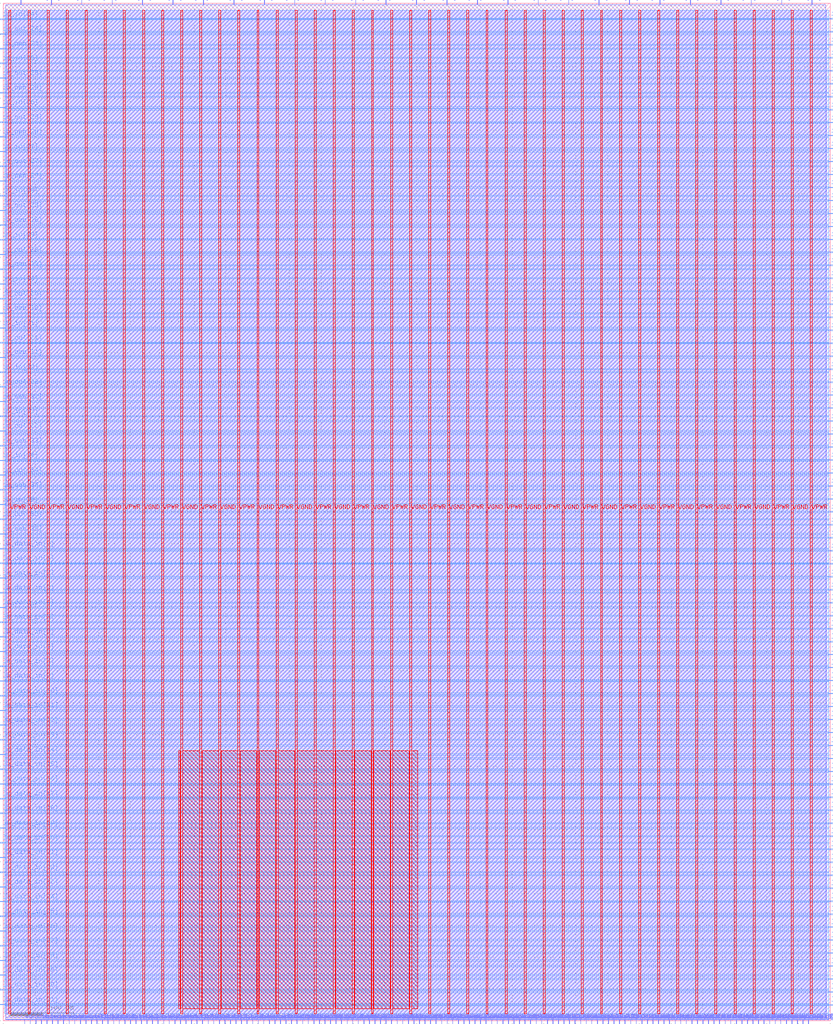
<source format=lef>
VERSION 5.7 ;
  NOWIREEXTENSIONATPIN ON ;
  DIVIDERCHAR "/" ;
  BUSBITCHARS "[]" ;
MACRO user_project_wrapper_mini4
  CLASS BLOCK ;
  FOREIGN user_project_wrapper_mini4 ;
  ORIGIN 0.000 0.000 ;
  SIZE 1300.000 BY 1600.000 ;
  PIN VGND
    DIRECTION INOUT ;
    USE GROUND ;
    PORT
      LAYER met4 ;
        RECT 38.970 10.640 42.070 1588.720 ;
    END
    PORT
      LAYER met4 ;
        RECT 98.970 10.640 102.070 1588.720 ;
    END
    PORT
      LAYER met4 ;
        RECT 158.970 10.640 162.070 1588.720 ;
    END
    PORT
      LAYER met4 ;
        RECT 218.970 10.640 222.070 1588.720 ;
    END
    PORT
      LAYER met4 ;
        RECT 278.970 10.640 282.070 1588.720 ;
    END
    PORT
      LAYER met4 ;
        RECT 338.970 10.640 342.070 1588.720 ;
    END
    PORT
      LAYER met4 ;
        RECT 398.970 10.640 402.070 1588.720 ;
    END
    PORT
      LAYER met4 ;
        RECT 458.970 10.640 462.070 1588.720 ;
    END
    PORT
      LAYER met4 ;
        RECT 518.970 10.640 522.070 1588.720 ;
    END
    PORT
      LAYER met4 ;
        RECT 578.970 10.640 582.070 1588.720 ;
    END
    PORT
      LAYER met4 ;
        RECT 638.970 10.640 642.070 1588.720 ;
    END
    PORT
      LAYER met4 ;
        RECT 698.970 10.640 702.070 1588.720 ;
    END
    PORT
      LAYER met4 ;
        RECT 758.970 10.640 762.070 1588.720 ;
    END
    PORT
      LAYER met4 ;
        RECT 818.970 10.640 822.070 1588.720 ;
    END
    PORT
      LAYER met4 ;
        RECT 878.970 10.640 882.070 1588.720 ;
    END
    PORT
      LAYER met4 ;
        RECT 938.970 10.640 942.070 1588.720 ;
    END
    PORT
      LAYER met4 ;
        RECT 998.970 10.640 1002.070 1588.720 ;
    END
    PORT
      LAYER met4 ;
        RECT 1058.970 10.640 1062.070 1588.720 ;
    END
    PORT
      LAYER met4 ;
        RECT 1118.970 10.640 1122.070 1588.720 ;
    END
    PORT
      LAYER met4 ;
        RECT 1178.970 10.640 1182.070 1588.720 ;
    END
    PORT
      LAYER met4 ;
        RECT 1238.970 10.640 1242.070 1588.720 ;
    END
  END VGND
  PIN VPWR
    DIRECTION INOUT ;
    USE POWER ;
    PORT
      LAYER met4 ;
        RECT 8.970 10.640 12.070 1588.720 ;
    END
    PORT
      LAYER met4 ;
        RECT 68.970 10.640 72.070 1588.720 ;
    END
    PORT
      LAYER met4 ;
        RECT 128.970 10.640 132.070 1588.720 ;
    END
    PORT
      LAYER met4 ;
        RECT 188.970 10.640 192.070 1588.720 ;
    END
    PORT
      LAYER met4 ;
        RECT 248.970 10.640 252.070 1588.720 ;
    END
    PORT
      LAYER met4 ;
        RECT 308.970 10.640 312.070 1588.720 ;
    END
    PORT
      LAYER met4 ;
        RECT 368.970 10.640 372.070 1588.720 ;
    END
    PORT
      LAYER met4 ;
        RECT 428.970 10.640 432.070 1588.720 ;
    END
    PORT
      LAYER met4 ;
        RECT 488.970 10.640 492.070 1588.720 ;
    END
    PORT
      LAYER met4 ;
        RECT 548.970 10.640 552.070 1588.720 ;
    END
    PORT
      LAYER met4 ;
        RECT 608.970 10.640 612.070 1588.720 ;
    END
    PORT
      LAYER met4 ;
        RECT 668.970 10.640 672.070 1588.720 ;
    END
    PORT
      LAYER met4 ;
        RECT 728.970 10.640 732.070 1588.720 ;
    END
    PORT
      LAYER met4 ;
        RECT 788.970 10.640 792.070 1588.720 ;
    END
    PORT
      LAYER met4 ;
        RECT 848.970 10.640 852.070 1588.720 ;
    END
    PORT
      LAYER met4 ;
        RECT 908.970 10.640 912.070 1588.720 ;
    END
    PORT
      LAYER met4 ;
        RECT 968.970 10.640 972.070 1588.720 ;
    END
    PORT
      LAYER met4 ;
        RECT 1028.970 10.640 1032.070 1588.720 ;
    END
    PORT
      LAYER met4 ;
        RECT 1088.970 10.640 1092.070 1588.720 ;
    END
    PORT
      LAYER met4 ;
        RECT 1148.970 10.640 1152.070 1588.720 ;
    END
    PORT
      LAYER met4 ;
        RECT 1208.970 10.640 1212.070 1588.720 ;
    END
    PORT
      LAYER met4 ;
        RECT 1268.970 10.640 1272.070 1588.720 ;
    END
  END VPWR
  PIN io_in[0]
    DIRECTION INPUT ;
    USE SIGNAL ;
    PORT
      LAYER met3 ;
        RECT 1297.600 677.020 1304.800 678.220 ;
    END
  END io_in[0]
  PIN io_in[10]
    DIRECTION INPUT ;
    USE SIGNAL ;
    PORT
      LAYER met3 ;
        RECT 1297.600 1289.020 1304.800 1290.220 ;
    END
  END io_in[10]
  PIN io_in[11]
    DIRECTION INPUT ;
    USE SIGNAL ;
    PORT
      LAYER met3 ;
        RECT 1297.600 1350.220 1304.800 1351.420 ;
    END
  END io_in[11]
  PIN io_in[12]
    DIRECTION INPUT ;
    USE SIGNAL ;
    PORT
      LAYER met3 ;
        RECT 1297.600 1411.420 1304.800 1412.620 ;
    END
  END io_in[12]
  PIN io_in[13]
    DIRECTION INPUT ;
    USE SIGNAL ;
    PORT
      LAYER met3 ;
        RECT 1297.600 1472.620 1304.800 1473.820 ;
    END
  END io_in[13]
  PIN io_in[14]
    DIRECTION INPUT ;
    USE SIGNAL ;
    PORT
      LAYER met3 ;
        RECT 1297.600 1533.820 1304.800 1535.020 ;
    END
  END io_in[14]
  PIN io_in[15]
    DIRECTION INPUT ;
    USE SIGNAL ;
    PORT
      LAYER met2 ;
        RECT 1271.390 1597.600 1271.950 1604.800 ;
    END
  END io_in[15]
  PIN io_in[16]
    DIRECTION INPUT ;
    USE SIGNAL ;
    PORT
      LAYER met2 ;
        RECT 1127.870 1597.600 1128.430 1604.800 ;
    END
  END io_in[16]
  PIN io_in[17]
    DIRECTION INPUT ;
    USE SIGNAL ;
    PORT
      LAYER met2 ;
        RECT 984.350 1597.600 984.910 1604.800 ;
    END
  END io_in[17]
  PIN io_in[18]
    DIRECTION INPUT ;
    USE SIGNAL ;
    PORT
      LAYER met2 ;
        RECT 840.830 1597.600 841.390 1604.800 ;
    END
  END io_in[18]
  PIN io_in[19]
    DIRECTION INPUT ;
    USE SIGNAL ;
    PORT
      LAYER met2 ;
        RECT 697.310 1597.600 697.870 1604.800 ;
    END
  END io_in[19]
  PIN io_in[1]
    DIRECTION INPUT ;
    USE SIGNAL ;
    PORT
      LAYER met3 ;
        RECT 1297.600 738.220 1304.800 739.420 ;
    END
  END io_in[1]
  PIN io_in[20]
    DIRECTION INPUT ;
    USE SIGNAL ;
    PORT
      LAYER met2 ;
        RECT 553.790 1597.600 554.350 1604.800 ;
    END
  END io_in[20]
  PIN io_in[21]
    DIRECTION INPUT ;
    USE SIGNAL ;
    PORT
      LAYER met2 ;
        RECT 410.270 1597.600 410.830 1604.800 ;
    END
  END io_in[21]
  PIN io_in[22]
    DIRECTION INPUT ;
    USE SIGNAL ;
    PORT
      LAYER met2 ;
        RECT 266.750 1597.600 267.310 1604.800 ;
    END
  END io_in[22]
  PIN io_in[23]
    DIRECTION INPUT ;
    USE SIGNAL ;
    PORT
      LAYER met2 ;
        RECT 123.230 1597.600 123.790 1604.800 ;
    END
  END io_in[23]
  PIN io_in[24]
    DIRECTION INPUT ;
    USE SIGNAL ;
    PORT
      LAYER met3 ;
        RECT -4.800 1573.940 2.400 1575.140 ;
    END
  END io_in[24]
  PIN io_in[25]
    DIRECTION INPUT ;
    USE SIGNAL ;
    PORT
      LAYER met3 ;
        RECT -4.800 1504.580 2.400 1505.780 ;
    END
  END io_in[25]
  PIN io_in[26]
    DIRECTION INPUT ;
    USE SIGNAL ;
    PORT
      LAYER met3 ;
        RECT -4.800 1435.220 2.400 1436.420 ;
    END
  END io_in[26]
  PIN io_in[27]
    DIRECTION INPUT ;
    USE SIGNAL ;
    PORT
      LAYER met3 ;
        RECT -4.800 1365.860 2.400 1367.060 ;
    END
  END io_in[27]
  PIN io_in[28]
    DIRECTION INPUT ;
    USE SIGNAL ;
    PORT
      LAYER met3 ;
        RECT -4.800 1296.500 2.400 1297.700 ;
    END
  END io_in[28]
  PIN io_in[29]
    DIRECTION INPUT ;
    USE SIGNAL ;
    PORT
      LAYER met3 ;
        RECT -4.800 1227.140 2.400 1228.340 ;
    END
  END io_in[29]
  PIN io_in[2]
    DIRECTION INPUT ;
    USE SIGNAL ;
    PORT
      LAYER met3 ;
        RECT 1297.600 799.420 1304.800 800.620 ;
    END
  END io_in[2]
  PIN io_in[30]
    DIRECTION INPUT ;
    USE SIGNAL ;
    PORT
      LAYER met3 ;
        RECT -4.800 1157.780 2.400 1158.980 ;
    END
  END io_in[30]
  PIN io_in[31]
    DIRECTION INPUT ;
    USE SIGNAL ;
    PORT
      LAYER met3 ;
        RECT -4.800 1088.420 2.400 1089.620 ;
    END
  END io_in[31]
  PIN io_in[32]
    DIRECTION INPUT ;
    USE SIGNAL ;
    PORT
      LAYER met3 ;
        RECT -4.800 1019.060 2.400 1020.260 ;
    END
  END io_in[32]
  PIN io_in[33]
    DIRECTION INPUT ;
    USE SIGNAL ;
    PORT
      LAYER met3 ;
        RECT -4.800 949.700 2.400 950.900 ;
    END
  END io_in[33]
  PIN io_in[34]
    DIRECTION INPUT ;
    USE SIGNAL ;
    ANTENNAGATEAREA 0.247500 ;
    PORT
      LAYER met3 ;
        RECT -4.800 880.340 2.400 881.540 ;
    END
  END io_in[34]
  PIN io_in[35]
    DIRECTION INPUT ;
    USE SIGNAL ;
    PORT
      LAYER met3 ;
        RECT -4.800 810.980 2.400 812.180 ;
    END
  END io_in[35]
  PIN io_in[3]
    DIRECTION INPUT ;
    USE SIGNAL ;
    PORT
      LAYER met3 ;
        RECT 1297.600 860.620 1304.800 861.820 ;
    END
  END io_in[3]
  PIN io_in[4]
    DIRECTION INPUT ;
    USE SIGNAL ;
    PORT
      LAYER met3 ;
        RECT 1297.600 921.820 1304.800 923.020 ;
    END
  END io_in[4]
  PIN io_in[5]
    DIRECTION INPUT ;
    USE SIGNAL ;
    PORT
      LAYER met3 ;
        RECT 1297.600 983.020 1304.800 984.220 ;
    END
  END io_in[5]
  PIN io_in[6]
    DIRECTION INPUT ;
    USE SIGNAL ;
    PORT
      LAYER met3 ;
        RECT 1297.600 1044.220 1304.800 1045.420 ;
    END
  END io_in[6]
  PIN io_in[7]
    DIRECTION INPUT ;
    USE SIGNAL ;
    PORT
      LAYER met3 ;
        RECT 1297.600 1105.420 1304.800 1106.620 ;
    END
  END io_in[7]
  PIN io_in[8]
    DIRECTION INPUT ;
    USE SIGNAL ;
    PORT
      LAYER met3 ;
        RECT 1297.600 1166.620 1304.800 1167.820 ;
    END
  END io_in[8]
  PIN io_in[9]
    DIRECTION INPUT ;
    USE SIGNAL ;
    PORT
      LAYER met3 ;
        RECT 1297.600 1227.820 1304.800 1229.020 ;
    END
  END io_in[9]
  PIN io_oeb[0]
    DIRECTION OUTPUT TRISTATE ;
    USE SIGNAL ;
    PORT
      LAYER met3 ;
        RECT 1297.600 717.820 1304.800 719.020 ;
    END
  END io_oeb[0]
  PIN io_oeb[10]
    DIRECTION OUTPUT TRISTATE ;
    USE SIGNAL ;
    PORT
      LAYER met3 ;
        RECT 1297.600 1329.820 1304.800 1331.020 ;
    END
  END io_oeb[10]
  PIN io_oeb[11]
    DIRECTION OUTPUT TRISTATE ;
    USE SIGNAL ;
    PORT
      LAYER met3 ;
        RECT 1297.600 1391.020 1304.800 1392.220 ;
    END
  END io_oeb[11]
  PIN io_oeb[12]
    DIRECTION OUTPUT TRISTATE ;
    USE SIGNAL ;
    PORT
      LAYER met3 ;
        RECT 1297.600 1452.220 1304.800 1453.420 ;
    END
  END io_oeb[12]
  PIN io_oeb[13]
    DIRECTION OUTPUT TRISTATE ;
    USE SIGNAL ;
    PORT
      LAYER met3 ;
        RECT 1297.600 1513.420 1304.800 1514.620 ;
    END
  END io_oeb[13]
  PIN io_oeb[14]
    DIRECTION OUTPUT TRISTATE ;
    USE SIGNAL ;
    PORT
      LAYER met3 ;
        RECT 1297.600 1574.620 1304.800 1575.820 ;
    END
  END io_oeb[14]
  PIN io_oeb[15]
    DIRECTION OUTPUT TRISTATE ;
    USE SIGNAL ;
    PORT
      LAYER met2 ;
        RECT 1175.710 1597.600 1176.270 1604.800 ;
    END
  END io_oeb[15]
  PIN io_oeb[16]
    DIRECTION OUTPUT TRISTATE ;
    USE SIGNAL ;
    PORT
      LAYER met2 ;
        RECT 1032.190 1597.600 1032.750 1604.800 ;
    END
  END io_oeb[16]
  PIN io_oeb[17]
    DIRECTION OUTPUT TRISTATE ;
    USE SIGNAL ;
    PORT
      LAYER met2 ;
        RECT 888.670 1597.600 889.230 1604.800 ;
    END
  END io_oeb[17]
  PIN io_oeb[18]
    DIRECTION OUTPUT TRISTATE ;
    USE SIGNAL ;
    PORT
      LAYER met2 ;
        RECT 745.150 1597.600 745.710 1604.800 ;
    END
  END io_oeb[18]
  PIN io_oeb[19]
    DIRECTION OUTPUT TRISTATE ;
    USE SIGNAL ;
    PORT
      LAYER met2 ;
        RECT 601.630 1597.600 602.190 1604.800 ;
    END
  END io_oeb[19]
  PIN io_oeb[1]
    DIRECTION OUTPUT TRISTATE ;
    USE SIGNAL ;
    PORT
      LAYER met3 ;
        RECT 1297.600 779.020 1304.800 780.220 ;
    END
  END io_oeb[1]
  PIN io_oeb[20]
    DIRECTION OUTPUT TRISTATE ;
    USE SIGNAL ;
    PORT
      LAYER met2 ;
        RECT 458.110 1597.600 458.670 1604.800 ;
    END
  END io_oeb[20]
  PIN io_oeb[21]
    DIRECTION OUTPUT TRISTATE ;
    USE SIGNAL ;
    PORT
      LAYER met2 ;
        RECT 314.590 1597.600 315.150 1604.800 ;
    END
  END io_oeb[21]
  PIN io_oeb[22]
    DIRECTION OUTPUT TRISTATE ;
    USE SIGNAL ;
    PORT
      LAYER met2 ;
        RECT 171.070 1597.600 171.630 1604.800 ;
    END
  END io_oeb[22]
  PIN io_oeb[23]
    DIRECTION OUTPUT TRISTATE ;
    USE SIGNAL ;
    PORT
      LAYER met2 ;
        RECT 27.550 1597.600 28.110 1604.800 ;
    END
  END io_oeb[23]
  PIN io_oeb[24]
    DIRECTION OUTPUT TRISTATE ;
    USE SIGNAL ;
    PORT
      LAYER met3 ;
        RECT -4.800 1527.700 2.400 1528.900 ;
    END
  END io_oeb[24]
  PIN io_oeb[25]
    DIRECTION OUTPUT TRISTATE ;
    USE SIGNAL ;
    PORT
      LAYER met3 ;
        RECT -4.800 1458.340 2.400 1459.540 ;
    END
  END io_oeb[25]
  PIN io_oeb[26]
    DIRECTION OUTPUT TRISTATE ;
    USE SIGNAL ;
    PORT
      LAYER met3 ;
        RECT -4.800 1388.980 2.400 1390.180 ;
    END
  END io_oeb[26]
  PIN io_oeb[27]
    DIRECTION OUTPUT TRISTATE ;
    USE SIGNAL ;
    PORT
      LAYER met3 ;
        RECT -4.800 1319.620 2.400 1320.820 ;
    END
  END io_oeb[27]
  PIN io_oeb[28]
    DIRECTION OUTPUT TRISTATE ;
    USE SIGNAL ;
    PORT
      LAYER met3 ;
        RECT -4.800 1250.260 2.400 1251.460 ;
    END
  END io_oeb[28]
  PIN io_oeb[29]
    DIRECTION OUTPUT TRISTATE ;
    USE SIGNAL ;
    PORT
      LAYER met3 ;
        RECT -4.800 1180.900 2.400 1182.100 ;
    END
  END io_oeb[29]
  PIN io_oeb[2]
    DIRECTION OUTPUT TRISTATE ;
    USE SIGNAL ;
    PORT
      LAYER met3 ;
        RECT 1297.600 840.220 1304.800 841.420 ;
    END
  END io_oeb[2]
  PIN io_oeb[30]
    DIRECTION OUTPUT TRISTATE ;
    USE SIGNAL ;
    PORT
      LAYER met3 ;
        RECT -4.800 1111.540 2.400 1112.740 ;
    END
  END io_oeb[30]
  PIN io_oeb[31]
    DIRECTION OUTPUT TRISTATE ;
    USE SIGNAL ;
    PORT
      LAYER met3 ;
        RECT -4.800 1042.180 2.400 1043.380 ;
    END
  END io_oeb[31]
  PIN io_oeb[32]
    DIRECTION OUTPUT TRISTATE ;
    USE SIGNAL ;
    PORT
      LAYER met3 ;
        RECT -4.800 972.820 2.400 974.020 ;
    END
  END io_oeb[32]
  PIN io_oeb[33]
    DIRECTION OUTPUT TRISTATE ;
    USE SIGNAL ;
    PORT
      LAYER met3 ;
        RECT -4.800 903.460 2.400 904.660 ;
    END
  END io_oeb[33]
  PIN io_oeb[34]
    DIRECTION OUTPUT TRISTATE ;
    USE SIGNAL ;
    PORT
      LAYER met3 ;
        RECT -4.800 834.100 2.400 835.300 ;
    END
  END io_oeb[34]
  PIN io_oeb[35]
    DIRECTION OUTPUT TRISTATE ;
    USE SIGNAL ;
    PORT
      LAYER met3 ;
        RECT -4.800 764.740 2.400 765.940 ;
    END
  END io_oeb[35]
  PIN io_oeb[3]
    DIRECTION OUTPUT TRISTATE ;
    USE SIGNAL ;
    PORT
      LAYER met3 ;
        RECT 1297.600 901.420 1304.800 902.620 ;
    END
  END io_oeb[3]
  PIN io_oeb[4]
    DIRECTION OUTPUT TRISTATE ;
    USE SIGNAL ;
    PORT
      LAYER met3 ;
        RECT 1297.600 962.620 1304.800 963.820 ;
    END
  END io_oeb[4]
  PIN io_oeb[5]
    DIRECTION OUTPUT TRISTATE ;
    USE SIGNAL ;
    PORT
      LAYER met3 ;
        RECT 1297.600 1023.820 1304.800 1025.020 ;
    END
  END io_oeb[5]
  PIN io_oeb[6]
    DIRECTION OUTPUT TRISTATE ;
    USE SIGNAL ;
    PORT
      LAYER met3 ;
        RECT 1297.600 1085.020 1304.800 1086.220 ;
    END
  END io_oeb[6]
  PIN io_oeb[7]
    DIRECTION OUTPUT TRISTATE ;
    USE SIGNAL ;
    PORT
      LAYER met3 ;
        RECT 1297.600 1146.220 1304.800 1147.420 ;
    END
  END io_oeb[7]
  PIN io_oeb[8]
    DIRECTION OUTPUT TRISTATE ;
    USE SIGNAL ;
    PORT
      LAYER met3 ;
        RECT 1297.600 1207.420 1304.800 1208.620 ;
    END
  END io_oeb[8]
  PIN io_oeb[9]
    DIRECTION OUTPUT TRISTATE ;
    USE SIGNAL ;
    PORT
      LAYER met3 ;
        RECT 1297.600 1268.620 1304.800 1269.820 ;
    END
  END io_oeb[9]
  PIN io_out[0]
    DIRECTION OUTPUT TRISTATE ;
    USE SIGNAL ;
    PORT
      LAYER met3 ;
        RECT 1297.600 697.420 1304.800 698.620 ;
    END
  END io_out[0]
  PIN io_out[10]
    DIRECTION OUTPUT TRISTATE ;
    USE SIGNAL ;
    PORT
      LAYER met3 ;
        RECT 1297.600 1309.420 1304.800 1310.620 ;
    END
  END io_out[10]
  PIN io_out[11]
    DIRECTION OUTPUT TRISTATE ;
    USE SIGNAL ;
    PORT
      LAYER met3 ;
        RECT 1297.600 1370.620 1304.800 1371.820 ;
    END
  END io_out[11]
  PIN io_out[12]
    DIRECTION OUTPUT TRISTATE ;
    USE SIGNAL ;
    PORT
      LAYER met3 ;
        RECT 1297.600 1431.820 1304.800 1433.020 ;
    END
  END io_out[12]
  PIN io_out[13]
    DIRECTION OUTPUT TRISTATE ;
    USE SIGNAL ;
    PORT
      LAYER met3 ;
        RECT 1297.600 1493.020 1304.800 1494.220 ;
    END
  END io_out[13]
  PIN io_out[14]
    DIRECTION OUTPUT TRISTATE ;
    USE SIGNAL ;
    PORT
      LAYER met3 ;
        RECT 1297.600 1554.220 1304.800 1555.420 ;
    END
  END io_out[14]
  PIN io_out[15]
    DIRECTION OUTPUT TRISTATE ;
    USE SIGNAL ;
    PORT
      LAYER met2 ;
        RECT 1223.550 1597.600 1224.110 1604.800 ;
    END
  END io_out[15]
  PIN io_out[16]
    DIRECTION OUTPUT TRISTATE ;
    USE SIGNAL ;
    PORT
      LAYER met2 ;
        RECT 1080.030 1597.600 1080.590 1604.800 ;
    END
  END io_out[16]
  PIN io_out[17]
    DIRECTION OUTPUT TRISTATE ;
    USE SIGNAL ;
    PORT
      LAYER met2 ;
        RECT 936.510 1597.600 937.070 1604.800 ;
    END
  END io_out[17]
  PIN io_out[18]
    DIRECTION OUTPUT TRISTATE ;
    USE SIGNAL ;
    PORT
      LAYER met2 ;
        RECT 792.990 1597.600 793.550 1604.800 ;
    END
  END io_out[18]
  PIN io_out[19]
    DIRECTION OUTPUT TRISTATE ;
    USE SIGNAL ;
    PORT
      LAYER met2 ;
        RECT 649.470 1597.600 650.030 1604.800 ;
    END
  END io_out[19]
  PIN io_out[1]
    DIRECTION OUTPUT TRISTATE ;
    USE SIGNAL ;
    PORT
      LAYER met3 ;
        RECT 1297.600 758.620 1304.800 759.820 ;
    END
  END io_out[1]
  PIN io_out[20]
    DIRECTION OUTPUT TRISTATE ;
    USE SIGNAL ;
    PORT
      LAYER met2 ;
        RECT 505.950 1597.600 506.510 1604.800 ;
    END
  END io_out[20]
  PIN io_out[21]
    DIRECTION OUTPUT TRISTATE ;
    USE SIGNAL ;
    PORT
      LAYER met2 ;
        RECT 362.430 1597.600 362.990 1604.800 ;
    END
  END io_out[21]
  PIN io_out[22]
    DIRECTION OUTPUT TRISTATE ;
    USE SIGNAL ;
    PORT
      LAYER met2 ;
        RECT 218.910 1597.600 219.470 1604.800 ;
    END
  END io_out[22]
  PIN io_out[23]
    DIRECTION OUTPUT TRISTATE ;
    USE SIGNAL ;
    PORT
      LAYER met2 ;
        RECT 75.390 1597.600 75.950 1604.800 ;
    END
  END io_out[23]
  PIN io_out[24]
    DIRECTION OUTPUT TRISTATE ;
    USE SIGNAL ;
    PORT
      LAYER met3 ;
        RECT -4.800 1550.820 2.400 1552.020 ;
    END
  END io_out[24]
  PIN io_out[25]
    DIRECTION OUTPUT TRISTATE ;
    USE SIGNAL ;
    PORT
      LAYER met3 ;
        RECT -4.800 1481.460 2.400 1482.660 ;
    END
  END io_out[25]
  PIN io_out[26]
    DIRECTION OUTPUT TRISTATE ;
    USE SIGNAL ;
    PORT
      LAYER met3 ;
        RECT -4.800 1412.100 2.400 1413.300 ;
    END
  END io_out[26]
  PIN io_out[27]
    DIRECTION OUTPUT TRISTATE ;
    USE SIGNAL ;
    PORT
      LAYER met3 ;
        RECT -4.800 1342.740 2.400 1343.940 ;
    END
  END io_out[27]
  PIN io_out[28]
    DIRECTION OUTPUT TRISTATE ;
    USE SIGNAL ;
    PORT
      LAYER met3 ;
        RECT -4.800 1273.380 2.400 1274.580 ;
    END
  END io_out[28]
  PIN io_out[29]
    DIRECTION OUTPUT TRISTATE ;
    USE SIGNAL ;
    PORT
      LAYER met3 ;
        RECT -4.800 1204.020 2.400 1205.220 ;
    END
  END io_out[29]
  PIN io_out[2]
    DIRECTION OUTPUT TRISTATE ;
    USE SIGNAL ;
    PORT
      LAYER met3 ;
        RECT 1297.600 819.820 1304.800 821.020 ;
    END
  END io_out[2]
  PIN io_out[30]
    DIRECTION OUTPUT TRISTATE ;
    USE SIGNAL ;
    PORT
      LAYER met3 ;
        RECT -4.800 1134.660 2.400 1135.860 ;
    END
  END io_out[30]
  PIN io_out[31]
    DIRECTION OUTPUT TRISTATE ;
    USE SIGNAL ;
    PORT
      LAYER met3 ;
        RECT -4.800 1065.300 2.400 1066.500 ;
    END
  END io_out[31]
  PIN io_out[32]
    DIRECTION OUTPUT TRISTATE ;
    USE SIGNAL ;
    ANTENNADIFFAREA 2.673000 ;
    PORT
      LAYER met3 ;
        RECT -4.800 995.940 2.400 997.140 ;
    END
  END io_out[32]
  PIN io_out[33]
    DIRECTION OUTPUT TRISTATE ;
    USE SIGNAL ;
    ANTENNADIFFAREA 2.673000 ;
    PORT
      LAYER met3 ;
        RECT -4.800 926.580 2.400 927.780 ;
    END
  END io_out[33]
  PIN io_out[34]
    DIRECTION OUTPUT TRISTATE ;
    USE SIGNAL ;
    PORT
      LAYER met3 ;
        RECT -4.800 857.220 2.400 858.420 ;
    END
  END io_out[34]
  PIN io_out[35]
    DIRECTION OUTPUT TRISTATE ;
    USE SIGNAL ;
    PORT
      LAYER met3 ;
        RECT -4.800 787.860 2.400 789.060 ;
    END
  END io_out[35]
  PIN io_out[3]
    DIRECTION OUTPUT TRISTATE ;
    USE SIGNAL ;
    PORT
      LAYER met3 ;
        RECT 1297.600 881.020 1304.800 882.220 ;
    END
  END io_out[3]
  PIN io_out[4]
    DIRECTION OUTPUT TRISTATE ;
    USE SIGNAL ;
    PORT
      LAYER met3 ;
        RECT 1297.600 942.220 1304.800 943.420 ;
    END
  END io_out[4]
  PIN io_out[5]
    DIRECTION OUTPUT TRISTATE ;
    USE SIGNAL ;
    PORT
      LAYER met3 ;
        RECT 1297.600 1003.420 1304.800 1004.620 ;
    END
  END io_out[5]
  PIN io_out[6]
    DIRECTION OUTPUT TRISTATE ;
    USE SIGNAL ;
    PORT
      LAYER met3 ;
        RECT 1297.600 1064.620 1304.800 1065.820 ;
    END
  END io_out[6]
  PIN io_out[7]
    DIRECTION OUTPUT TRISTATE ;
    USE SIGNAL ;
    PORT
      LAYER met3 ;
        RECT 1297.600 1125.820 1304.800 1127.020 ;
    END
  END io_out[7]
  PIN io_out[8]
    DIRECTION OUTPUT TRISTATE ;
    USE SIGNAL ;
    PORT
      LAYER met3 ;
        RECT 1297.600 1187.020 1304.800 1188.220 ;
    END
  END io_out[8]
  PIN io_out[9]
    DIRECTION OUTPUT TRISTATE ;
    USE SIGNAL ;
    PORT
      LAYER met3 ;
        RECT 1297.600 1248.220 1304.800 1249.420 ;
    END
  END io_out[9]
  PIN la_data_in[0]
    DIRECTION INPUT ;
    USE SIGNAL ;
    PORT
      LAYER met3 ;
        RECT -4.800 741.620 2.400 742.820 ;
    END
  END la_data_in[0]
  PIN la_data_in[10]
    DIRECTION INPUT ;
    USE SIGNAL ;
    PORT
      LAYER met3 ;
        RECT -4.800 510.420 2.400 511.620 ;
    END
  END la_data_in[10]
  PIN la_data_in[11]
    DIRECTION INPUT ;
    USE SIGNAL ;
    PORT
      LAYER met3 ;
        RECT -4.800 487.300 2.400 488.500 ;
    END
  END la_data_in[11]
  PIN la_data_in[12]
    DIRECTION INPUT ;
    USE SIGNAL ;
    PORT
      LAYER met3 ;
        RECT -4.800 464.180 2.400 465.380 ;
    END
  END la_data_in[12]
  PIN la_data_in[13]
    DIRECTION INPUT ;
    USE SIGNAL ;
    PORT
      LAYER met3 ;
        RECT -4.800 441.060 2.400 442.260 ;
    END
  END la_data_in[13]
  PIN la_data_in[14]
    DIRECTION INPUT ;
    USE SIGNAL ;
    PORT
      LAYER met3 ;
        RECT -4.800 417.940 2.400 419.140 ;
    END
  END la_data_in[14]
  PIN la_data_in[15]
    DIRECTION INPUT ;
    USE SIGNAL ;
    PORT
      LAYER met3 ;
        RECT -4.800 394.820 2.400 396.020 ;
    END
  END la_data_in[15]
  PIN la_data_in[16]
    DIRECTION INPUT ;
    USE SIGNAL ;
    PORT
      LAYER met3 ;
        RECT -4.800 371.700 2.400 372.900 ;
    END
  END la_data_in[16]
  PIN la_data_in[17]
    DIRECTION INPUT ;
    USE SIGNAL ;
    PORT
      LAYER met3 ;
        RECT -4.800 348.580 2.400 349.780 ;
    END
  END la_data_in[17]
  PIN la_data_in[18]
    DIRECTION INPUT ;
    USE SIGNAL ;
    PORT
      LAYER met3 ;
        RECT -4.800 325.460 2.400 326.660 ;
    END
  END la_data_in[18]
  PIN la_data_in[19]
    DIRECTION INPUT ;
    USE SIGNAL ;
    PORT
      LAYER met3 ;
        RECT -4.800 302.340 2.400 303.540 ;
    END
  END la_data_in[19]
  PIN la_data_in[1]
    DIRECTION INPUT ;
    USE SIGNAL ;
    PORT
      LAYER met3 ;
        RECT -4.800 718.500 2.400 719.700 ;
    END
  END la_data_in[1]
  PIN la_data_in[20]
    DIRECTION INPUT ;
    USE SIGNAL ;
    PORT
      LAYER met3 ;
        RECT -4.800 279.220 2.400 280.420 ;
    END
  END la_data_in[20]
  PIN la_data_in[21]
    DIRECTION INPUT ;
    USE SIGNAL ;
    PORT
      LAYER met3 ;
        RECT -4.800 256.100 2.400 257.300 ;
    END
  END la_data_in[21]
  PIN la_data_in[22]
    DIRECTION INPUT ;
    USE SIGNAL ;
    PORT
      LAYER met3 ;
        RECT -4.800 232.980 2.400 234.180 ;
    END
  END la_data_in[22]
  PIN la_data_in[23]
    DIRECTION INPUT ;
    USE SIGNAL ;
    PORT
      LAYER met3 ;
        RECT -4.800 209.860 2.400 211.060 ;
    END
  END la_data_in[23]
  PIN la_data_in[24]
    DIRECTION INPUT ;
    USE SIGNAL ;
    PORT
      LAYER met3 ;
        RECT -4.800 186.740 2.400 187.940 ;
    END
  END la_data_in[24]
  PIN la_data_in[25]
    DIRECTION INPUT ;
    USE SIGNAL ;
    PORT
      LAYER met3 ;
        RECT -4.800 163.620 2.400 164.820 ;
    END
  END la_data_in[25]
  PIN la_data_in[26]
    DIRECTION INPUT ;
    USE SIGNAL ;
    PORT
      LAYER met3 ;
        RECT -4.800 140.500 2.400 141.700 ;
    END
  END la_data_in[26]
  PIN la_data_in[27]
    DIRECTION INPUT ;
    USE SIGNAL ;
    PORT
      LAYER met3 ;
        RECT -4.800 117.380 2.400 118.580 ;
    END
  END la_data_in[27]
  PIN la_data_in[28]
    DIRECTION INPUT ;
    USE SIGNAL ;
    PORT
      LAYER met3 ;
        RECT -4.800 94.260 2.400 95.460 ;
    END
  END la_data_in[28]
  PIN la_data_in[29]
    DIRECTION INPUT ;
    USE SIGNAL ;
    PORT
      LAYER met3 ;
        RECT -4.800 71.140 2.400 72.340 ;
    END
  END la_data_in[29]
  PIN la_data_in[2]
    DIRECTION INPUT ;
    USE SIGNAL ;
    PORT
      LAYER met3 ;
        RECT -4.800 695.380 2.400 696.580 ;
    END
  END la_data_in[2]
  PIN la_data_in[30]
    DIRECTION INPUT ;
    USE SIGNAL ;
    PORT
      LAYER met3 ;
        RECT -4.800 48.020 2.400 49.220 ;
    END
  END la_data_in[30]
  PIN la_data_in[31]
    DIRECTION INPUT ;
    USE SIGNAL ;
    PORT
      LAYER met3 ;
        RECT -4.800 24.900 2.400 26.100 ;
    END
  END la_data_in[31]
  PIN la_data_in[3]
    DIRECTION INPUT ;
    USE SIGNAL ;
    PORT
      LAYER met3 ;
        RECT -4.800 672.260 2.400 673.460 ;
    END
  END la_data_in[3]
  PIN la_data_in[4]
    DIRECTION INPUT ;
    USE SIGNAL ;
    PORT
      LAYER met3 ;
        RECT -4.800 649.140 2.400 650.340 ;
    END
  END la_data_in[4]
  PIN la_data_in[5]
    DIRECTION INPUT ;
    USE SIGNAL ;
    PORT
      LAYER met3 ;
        RECT -4.800 626.020 2.400 627.220 ;
    END
  END la_data_in[5]
  PIN la_data_in[6]
    DIRECTION INPUT ;
    USE SIGNAL ;
    PORT
      LAYER met3 ;
        RECT -4.800 602.900 2.400 604.100 ;
    END
  END la_data_in[6]
  PIN la_data_in[7]
    DIRECTION INPUT ;
    USE SIGNAL ;
    PORT
      LAYER met3 ;
        RECT -4.800 579.780 2.400 580.980 ;
    END
  END la_data_in[7]
  PIN la_data_in[8]
    DIRECTION INPUT ;
    USE SIGNAL ;
    PORT
      LAYER met3 ;
        RECT -4.800 556.660 2.400 557.860 ;
    END
  END la_data_in[8]
  PIN la_data_in[9]
    DIRECTION INPUT ;
    USE SIGNAL ;
    PORT
      LAYER met3 ;
        RECT -4.800 533.540 2.400 534.740 ;
    END
  END la_data_in[9]
  PIN la_data_out[0]
    DIRECTION OUTPUT TRISTATE ;
    USE SIGNAL ;
    ANTENNADIFFAREA 2.673000 ;
    PORT
      LAYER met2 ;
        RECT 959.970 -4.800 960.530 2.400 ;
    END
  END la_data_out[0]
  PIN la_data_out[10]
    DIRECTION OUTPUT TRISTATE ;
    USE SIGNAL ;
    PORT
      LAYER met2 ;
        RECT 1047.370 -4.800 1047.930 2.400 ;
    END
  END la_data_out[10]
  PIN la_data_out[11]
    DIRECTION OUTPUT TRISTATE ;
    USE SIGNAL ;
    PORT
      LAYER met2 ;
        RECT 1056.110 -4.800 1056.670 2.400 ;
    END
  END la_data_out[11]
  PIN la_data_out[12]
    DIRECTION OUTPUT TRISTATE ;
    USE SIGNAL ;
    PORT
      LAYER met2 ;
        RECT 1064.850 -4.800 1065.410 2.400 ;
    END
  END la_data_out[12]
  PIN la_data_out[13]
    DIRECTION OUTPUT TRISTATE ;
    USE SIGNAL ;
    PORT
      LAYER met2 ;
        RECT 1073.590 -4.800 1074.150 2.400 ;
    END
  END la_data_out[13]
  PIN la_data_out[14]
    DIRECTION OUTPUT TRISTATE ;
    USE SIGNAL ;
    PORT
      LAYER met2 ;
        RECT 1082.330 -4.800 1082.890 2.400 ;
    END
  END la_data_out[14]
  PIN la_data_out[15]
    DIRECTION OUTPUT TRISTATE ;
    USE SIGNAL ;
    PORT
      LAYER met2 ;
        RECT 1091.070 -4.800 1091.630 2.400 ;
    END
  END la_data_out[15]
  PIN la_data_out[16]
    DIRECTION OUTPUT TRISTATE ;
    USE SIGNAL ;
    PORT
      LAYER met2 ;
        RECT 1099.810 -4.800 1100.370 2.400 ;
    END
  END la_data_out[16]
  PIN la_data_out[17]
    DIRECTION OUTPUT TRISTATE ;
    USE SIGNAL ;
    PORT
      LAYER met2 ;
        RECT 1108.550 -4.800 1109.110 2.400 ;
    END
  END la_data_out[17]
  PIN la_data_out[18]
    DIRECTION OUTPUT TRISTATE ;
    USE SIGNAL ;
    PORT
      LAYER met2 ;
        RECT 1117.290 -4.800 1117.850 2.400 ;
    END
  END la_data_out[18]
  PIN la_data_out[19]
    DIRECTION OUTPUT TRISTATE ;
    USE SIGNAL ;
    PORT
      LAYER met2 ;
        RECT 1126.030 -4.800 1126.590 2.400 ;
    END
  END la_data_out[19]
  PIN la_data_out[1]
    DIRECTION OUTPUT TRISTATE ;
    USE SIGNAL ;
    PORT
      LAYER met2 ;
        RECT 968.710 -4.800 969.270 2.400 ;
    END
  END la_data_out[1]
  PIN la_data_out[20]
    DIRECTION OUTPUT TRISTATE ;
    USE SIGNAL ;
    PORT
      LAYER met2 ;
        RECT 1134.770 -4.800 1135.330 2.400 ;
    END
  END la_data_out[20]
  PIN la_data_out[21]
    DIRECTION OUTPUT TRISTATE ;
    USE SIGNAL ;
    PORT
      LAYER met2 ;
        RECT 1143.510 -4.800 1144.070 2.400 ;
    END
  END la_data_out[21]
  PIN la_data_out[22]
    DIRECTION OUTPUT TRISTATE ;
    USE SIGNAL ;
    PORT
      LAYER met2 ;
        RECT 1152.250 -4.800 1152.810 2.400 ;
    END
  END la_data_out[22]
  PIN la_data_out[23]
    DIRECTION OUTPUT TRISTATE ;
    USE SIGNAL ;
    PORT
      LAYER met2 ;
        RECT 1160.990 -4.800 1161.550 2.400 ;
    END
  END la_data_out[23]
  PIN la_data_out[24]
    DIRECTION OUTPUT TRISTATE ;
    USE SIGNAL ;
    PORT
      LAYER met2 ;
        RECT 1169.730 -4.800 1170.290 2.400 ;
    END
  END la_data_out[24]
  PIN la_data_out[25]
    DIRECTION OUTPUT TRISTATE ;
    USE SIGNAL ;
    PORT
      LAYER met2 ;
        RECT 1178.470 -4.800 1179.030 2.400 ;
    END
  END la_data_out[25]
  PIN la_data_out[26]
    DIRECTION OUTPUT TRISTATE ;
    USE SIGNAL ;
    PORT
      LAYER met2 ;
        RECT 1187.210 -4.800 1187.770 2.400 ;
    END
  END la_data_out[26]
  PIN la_data_out[27]
    DIRECTION OUTPUT TRISTATE ;
    USE SIGNAL ;
    PORT
      LAYER met2 ;
        RECT 1195.950 -4.800 1196.510 2.400 ;
    END
  END la_data_out[27]
  PIN la_data_out[28]
    DIRECTION OUTPUT TRISTATE ;
    USE SIGNAL ;
    PORT
      LAYER met2 ;
        RECT 1204.690 -4.800 1205.250 2.400 ;
    END
  END la_data_out[28]
  PIN la_data_out[29]
    DIRECTION OUTPUT TRISTATE ;
    USE SIGNAL ;
    PORT
      LAYER met2 ;
        RECT 1213.430 -4.800 1213.990 2.400 ;
    END
  END la_data_out[29]
  PIN la_data_out[2]
    DIRECTION OUTPUT TRISTATE ;
    USE SIGNAL ;
    PORT
      LAYER met2 ;
        RECT 977.450 -4.800 978.010 2.400 ;
    END
  END la_data_out[2]
  PIN la_data_out[30]
    DIRECTION OUTPUT TRISTATE ;
    USE SIGNAL ;
    PORT
      LAYER met2 ;
        RECT 1222.170 -4.800 1222.730 2.400 ;
    END
  END la_data_out[30]
  PIN la_data_out[31]
    DIRECTION OUTPUT TRISTATE ;
    USE SIGNAL ;
    PORT
      LAYER met2 ;
        RECT 1230.910 -4.800 1231.470 2.400 ;
    END
  END la_data_out[31]
  PIN la_data_out[3]
    DIRECTION OUTPUT TRISTATE ;
    USE SIGNAL ;
    PORT
      LAYER met2 ;
        RECT 986.190 -4.800 986.750 2.400 ;
    END
  END la_data_out[3]
  PIN la_data_out[4]
    DIRECTION OUTPUT TRISTATE ;
    USE SIGNAL ;
    PORT
      LAYER met2 ;
        RECT 994.930 -4.800 995.490 2.400 ;
    END
  END la_data_out[4]
  PIN la_data_out[5]
    DIRECTION OUTPUT TRISTATE ;
    USE SIGNAL ;
    PORT
      LAYER met2 ;
        RECT 1003.670 -4.800 1004.230 2.400 ;
    END
  END la_data_out[5]
  PIN la_data_out[6]
    DIRECTION OUTPUT TRISTATE ;
    USE SIGNAL ;
    PORT
      LAYER met2 ;
        RECT 1012.410 -4.800 1012.970 2.400 ;
    END
  END la_data_out[6]
  PIN la_data_out[7]
    DIRECTION OUTPUT TRISTATE ;
    USE SIGNAL ;
    PORT
      LAYER met2 ;
        RECT 1021.150 -4.800 1021.710 2.400 ;
    END
  END la_data_out[7]
  PIN la_data_out[8]
    DIRECTION OUTPUT TRISTATE ;
    USE SIGNAL ;
    PORT
      LAYER met2 ;
        RECT 1029.890 -4.800 1030.450 2.400 ;
    END
  END la_data_out[8]
  PIN la_data_out[9]
    DIRECTION OUTPUT TRISTATE ;
    USE SIGNAL ;
    PORT
      LAYER met2 ;
        RECT 1038.630 -4.800 1039.190 2.400 ;
    END
  END la_data_out[9]
  PIN la_oenb[0]
    DIRECTION INPUT ;
    USE SIGNAL ;
    PORT
      LAYER met3 ;
        RECT 1297.600 24.220 1304.800 25.420 ;
    END
  END la_oenb[0]
  PIN la_oenb[10]
    DIRECTION INPUT ;
    USE SIGNAL ;
    PORT
      LAYER met3 ;
        RECT 1297.600 228.220 1304.800 229.420 ;
    END
  END la_oenb[10]
  PIN la_oenb[11]
    DIRECTION INPUT ;
    USE SIGNAL ;
    PORT
      LAYER met3 ;
        RECT 1297.600 248.620 1304.800 249.820 ;
    END
  END la_oenb[11]
  PIN la_oenb[12]
    DIRECTION INPUT ;
    USE SIGNAL ;
    PORT
      LAYER met3 ;
        RECT 1297.600 269.020 1304.800 270.220 ;
    END
  END la_oenb[12]
  PIN la_oenb[13]
    DIRECTION INPUT ;
    USE SIGNAL ;
    PORT
      LAYER met3 ;
        RECT 1297.600 289.420 1304.800 290.620 ;
    END
  END la_oenb[13]
  PIN la_oenb[14]
    DIRECTION INPUT ;
    USE SIGNAL ;
    PORT
      LAYER met3 ;
        RECT 1297.600 309.820 1304.800 311.020 ;
    END
  END la_oenb[14]
  PIN la_oenb[15]
    DIRECTION INPUT ;
    USE SIGNAL ;
    PORT
      LAYER met3 ;
        RECT 1297.600 330.220 1304.800 331.420 ;
    END
  END la_oenb[15]
  PIN la_oenb[16]
    DIRECTION INPUT ;
    USE SIGNAL ;
    PORT
      LAYER met3 ;
        RECT 1297.600 350.620 1304.800 351.820 ;
    END
  END la_oenb[16]
  PIN la_oenb[17]
    DIRECTION INPUT ;
    USE SIGNAL ;
    PORT
      LAYER met3 ;
        RECT 1297.600 371.020 1304.800 372.220 ;
    END
  END la_oenb[17]
  PIN la_oenb[18]
    DIRECTION INPUT ;
    USE SIGNAL ;
    PORT
      LAYER met3 ;
        RECT 1297.600 391.420 1304.800 392.620 ;
    END
  END la_oenb[18]
  PIN la_oenb[19]
    DIRECTION INPUT ;
    USE SIGNAL ;
    PORT
      LAYER met3 ;
        RECT 1297.600 411.820 1304.800 413.020 ;
    END
  END la_oenb[19]
  PIN la_oenb[1]
    DIRECTION INPUT ;
    USE SIGNAL ;
    PORT
      LAYER met3 ;
        RECT 1297.600 44.620 1304.800 45.820 ;
    END
  END la_oenb[1]
  PIN la_oenb[20]
    DIRECTION INPUT ;
    USE SIGNAL ;
    PORT
      LAYER met3 ;
        RECT 1297.600 432.220 1304.800 433.420 ;
    END
  END la_oenb[20]
  PIN la_oenb[21]
    DIRECTION INPUT ;
    USE SIGNAL ;
    PORT
      LAYER met3 ;
        RECT 1297.600 452.620 1304.800 453.820 ;
    END
  END la_oenb[21]
  PIN la_oenb[22]
    DIRECTION INPUT ;
    USE SIGNAL ;
    PORT
      LAYER met3 ;
        RECT 1297.600 473.020 1304.800 474.220 ;
    END
  END la_oenb[22]
  PIN la_oenb[23]
    DIRECTION INPUT ;
    USE SIGNAL ;
    PORT
      LAYER met3 ;
        RECT 1297.600 493.420 1304.800 494.620 ;
    END
  END la_oenb[23]
  PIN la_oenb[24]
    DIRECTION INPUT ;
    USE SIGNAL ;
    PORT
      LAYER met3 ;
        RECT 1297.600 513.820 1304.800 515.020 ;
    END
  END la_oenb[24]
  PIN la_oenb[25]
    DIRECTION INPUT ;
    USE SIGNAL ;
    PORT
      LAYER met3 ;
        RECT 1297.600 534.220 1304.800 535.420 ;
    END
  END la_oenb[25]
  PIN la_oenb[26]
    DIRECTION INPUT ;
    USE SIGNAL ;
    PORT
      LAYER met3 ;
        RECT 1297.600 554.620 1304.800 555.820 ;
    END
  END la_oenb[26]
  PIN la_oenb[27]
    DIRECTION INPUT ;
    USE SIGNAL ;
    PORT
      LAYER met3 ;
        RECT 1297.600 575.020 1304.800 576.220 ;
    END
  END la_oenb[27]
  PIN la_oenb[28]
    DIRECTION INPUT ;
    USE SIGNAL ;
    PORT
      LAYER met3 ;
        RECT 1297.600 595.420 1304.800 596.620 ;
    END
  END la_oenb[28]
  PIN la_oenb[29]
    DIRECTION INPUT ;
    USE SIGNAL ;
    PORT
      LAYER met3 ;
        RECT 1297.600 615.820 1304.800 617.020 ;
    END
  END la_oenb[29]
  PIN la_oenb[2]
    DIRECTION INPUT ;
    USE SIGNAL ;
    PORT
      LAYER met3 ;
        RECT 1297.600 65.020 1304.800 66.220 ;
    END
  END la_oenb[2]
  PIN la_oenb[30]
    DIRECTION INPUT ;
    USE SIGNAL ;
    PORT
      LAYER met3 ;
        RECT 1297.600 636.220 1304.800 637.420 ;
    END
  END la_oenb[30]
  PIN la_oenb[31]
    DIRECTION INPUT ;
    USE SIGNAL ;
    PORT
      LAYER met3 ;
        RECT 1297.600 656.620 1304.800 657.820 ;
    END
  END la_oenb[31]
  PIN la_oenb[3]
    DIRECTION INPUT ;
    USE SIGNAL ;
    PORT
      LAYER met3 ;
        RECT 1297.600 85.420 1304.800 86.620 ;
    END
  END la_oenb[3]
  PIN la_oenb[4]
    DIRECTION INPUT ;
    USE SIGNAL ;
    PORT
      LAYER met3 ;
        RECT 1297.600 105.820 1304.800 107.020 ;
    END
  END la_oenb[4]
  PIN la_oenb[5]
    DIRECTION INPUT ;
    USE SIGNAL ;
    PORT
      LAYER met3 ;
        RECT 1297.600 126.220 1304.800 127.420 ;
    END
  END la_oenb[5]
  PIN la_oenb[6]
    DIRECTION INPUT ;
    USE SIGNAL ;
    PORT
      LAYER met3 ;
        RECT 1297.600 146.620 1304.800 147.820 ;
    END
  END la_oenb[6]
  PIN la_oenb[7]
    DIRECTION INPUT ;
    USE SIGNAL ;
    PORT
      LAYER met3 ;
        RECT 1297.600 167.020 1304.800 168.220 ;
    END
  END la_oenb[7]
  PIN la_oenb[8]
    DIRECTION INPUT ;
    USE SIGNAL ;
    PORT
      LAYER met3 ;
        RECT 1297.600 187.420 1304.800 188.620 ;
    END
  END la_oenb[8]
  PIN la_oenb[9]
    DIRECTION INPUT ;
    USE SIGNAL ;
    PORT
      LAYER met3 ;
        RECT 1297.600 207.820 1304.800 209.020 ;
    END
  END la_oenb[9]
  PIN user_clock2
    DIRECTION INPUT ;
    USE SIGNAL ;
    PORT
      LAYER met2 ;
        RECT 1239.650 -4.800 1240.210 2.400 ;
    END
  END user_clock2
  PIN user_irq[0]
    DIRECTION OUTPUT TRISTATE ;
    USE SIGNAL ;
    PORT
      LAYER met2 ;
        RECT 1248.390 -4.800 1248.950 2.400 ;
    END
  END user_irq[0]
  PIN user_irq[1]
    DIRECTION OUTPUT TRISTATE ;
    USE SIGNAL ;
    PORT
      LAYER met2 ;
        RECT 1257.130 -4.800 1257.690 2.400 ;
    END
  END user_irq[1]
  PIN user_irq[2]
    DIRECTION OUTPUT TRISTATE ;
    USE SIGNAL ;
    PORT
      LAYER met2 ;
        RECT 1265.870 -4.800 1266.430 2.400 ;
    END
  END user_irq[2]
  PIN wb_clk_i
    DIRECTION INPUT ;
    USE SIGNAL ;
    ANTENNAGATEAREA 0.852000 ;
    PORT
      LAYER met2 ;
        RECT 33.530 -4.800 34.090 2.400 ;
    END
  END wb_clk_i
  PIN wb_rst_i
    DIRECTION INPUT ;
    USE SIGNAL ;
    ANTENNAGATEAREA 0.126000 ;
    PORT
      LAYER met2 ;
        RECT 42.270 -4.800 42.830 2.400 ;
    END
  END wb_rst_i
  PIN wbs_ack_o
    DIRECTION OUTPUT TRISTATE ;
    USE SIGNAL ;
    ANTENNADIFFAREA 2.673000 ;
    PORT
      LAYER met2 ;
        RECT 51.010 -4.800 51.570 2.400 ;
    END
  END wbs_ack_o
  PIN wbs_adr_i[0]
    DIRECTION INPUT ;
    USE SIGNAL ;
    ANTENNAGATEAREA 0.126000 ;
    PORT
      LAYER met2 ;
        RECT 85.970 -4.800 86.530 2.400 ;
    END
  END wbs_adr_i[0]
  PIN wbs_adr_i[10]
    DIRECTION INPUT ;
    USE SIGNAL ;
    ANTENNAGATEAREA 0.126000 ;
    PORT
      LAYER met2 ;
        RECT 383.130 -4.800 383.690 2.400 ;
    END
  END wbs_adr_i[10]
  PIN wbs_adr_i[11]
    DIRECTION INPUT ;
    USE SIGNAL ;
    ANTENNAGATEAREA 0.126000 ;
    PORT
      LAYER met2 ;
        RECT 409.350 -4.800 409.910 2.400 ;
    END
  END wbs_adr_i[11]
  PIN wbs_adr_i[12]
    DIRECTION INPUT ;
    USE SIGNAL ;
    ANTENNAGATEAREA 0.126000 ;
    PORT
      LAYER met2 ;
        RECT 435.570 -4.800 436.130 2.400 ;
    END
  END wbs_adr_i[12]
  PIN wbs_adr_i[13]
    DIRECTION INPUT ;
    USE SIGNAL ;
    ANTENNAGATEAREA 0.126000 ;
    PORT
      LAYER met2 ;
        RECT 461.790 -4.800 462.350 2.400 ;
    END
  END wbs_adr_i[13]
  PIN wbs_adr_i[14]
    DIRECTION INPUT ;
    USE SIGNAL ;
    ANTENNAGATEAREA 0.126000 ;
    PORT
      LAYER met2 ;
        RECT 488.010 -4.800 488.570 2.400 ;
    END
  END wbs_adr_i[14]
  PIN wbs_adr_i[15]
    DIRECTION INPUT ;
    USE SIGNAL ;
    ANTENNAGATEAREA 0.126000 ;
    PORT
      LAYER met2 ;
        RECT 514.230 -4.800 514.790 2.400 ;
    END
  END wbs_adr_i[15]
  PIN wbs_adr_i[16]
    DIRECTION INPUT ;
    USE SIGNAL ;
    PORT
      LAYER met2 ;
        RECT 540.450 -4.800 541.010 2.400 ;
    END
  END wbs_adr_i[16]
  PIN wbs_adr_i[17]
    DIRECTION INPUT ;
    USE SIGNAL ;
    PORT
      LAYER met2 ;
        RECT 566.670 -4.800 567.230 2.400 ;
    END
  END wbs_adr_i[17]
  PIN wbs_adr_i[18]
    DIRECTION INPUT ;
    USE SIGNAL ;
    PORT
      LAYER met2 ;
        RECT 592.890 -4.800 593.450 2.400 ;
    END
  END wbs_adr_i[18]
  PIN wbs_adr_i[19]
    DIRECTION INPUT ;
    USE SIGNAL ;
    PORT
      LAYER met2 ;
        RECT 619.110 -4.800 619.670 2.400 ;
    END
  END wbs_adr_i[19]
  PIN wbs_adr_i[1]
    DIRECTION INPUT ;
    USE SIGNAL ;
    ANTENNAGATEAREA 0.126000 ;
    PORT
      LAYER met2 ;
        RECT 120.930 -4.800 121.490 2.400 ;
    END
  END wbs_adr_i[1]
  PIN wbs_adr_i[20]
    DIRECTION INPUT ;
    USE SIGNAL ;
    PORT
      LAYER met2 ;
        RECT 645.330 -4.800 645.890 2.400 ;
    END
  END wbs_adr_i[20]
  PIN wbs_adr_i[21]
    DIRECTION INPUT ;
    USE SIGNAL ;
    PORT
      LAYER met2 ;
        RECT 671.550 -4.800 672.110 2.400 ;
    END
  END wbs_adr_i[21]
  PIN wbs_adr_i[22]
    DIRECTION INPUT ;
    USE SIGNAL ;
    PORT
      LAYER met2 ;
        RECT 697.770 -4.800 698.330 2.400 ;
    END
  END wbs_adr_i[22]
  PIN wbs_adr_i[23]
    DIRECTION INPUT ;
    USE SIGNAL ;
    PORT
      LAYER met2 ;
        RECT 723.990 -4.800 724.550 2.400 ;
    END
  END wbs_adr_i[23]
  PIN wbs_adr_i[24]
    DIRECTION INPUT ;
    USE SIGNAL ;
    PORT
      LAYER met2 ;
        RECT 750.210 -4.800 750.770 2.400 ;
    END
  END wbs_adr_i[24]
  PIN wbs_adr_i[25]
    DIRECTION INPUT ;
    USE SIGNAL ;
    PORT
      LAYER met2 ;
        RECT 776.430 -4.800 776.990 2.400 ;
    END
  END wbs_adr_i[25]
  PIN wbs_adr_i[26]
    DIRECTION INPUT ;
    USE SIGNAL ;
    PORT
      LAYER met2 ;
        RECT 802.650 -4.800 803.210 2.400 ;
    END
  END wbs_adr_i[26]
  PIN wbs_adr_i[27]
    DIRECTION INPUT ;
    USE SIGNAL ;
    PORT
      LAYER met2 ;
        RECT 828.870 -4.800 829.430 2.400 ;
    END
  END wbs_adr_i[27]
  PIN wbs_adr_i[28]
    DIRECTION INPUT ;
    USE SIGNAL ;
    PORT
      LAYER met2 ;
        RECT 855.090 -4.800 855.650 2.400 ;
    END
  END wbs_adr_i[28]
  PIN wbs_adr_i[29]
    DIRECTION INPUT ;
    USE SIGNAL ;
    PORT
      LAYER met2 ;
        RECT 881.310 -4.800 881.870 2.400 ;
    END
  END wbs_adr_i[29]
  PIN wbs_adr_i[2]
    DIRECTION INPUT ;
    USE SIGNAL ;
    ANTENNAGATEAREA 0.126000 ;
    PORT
      LAYER met2 ;
        RECT 155.890 -4.800 156.450 2.400 ;
    END
  END wbs_adr_i[2]
  PIN wbs_adr_i[30]
    DIRECTION INPUT ;
    USE SIGNAL ;
    PORT
      LAYER met2 ;
        RECT 907.530 -4.800 908.090 2.400 ;
    END
  END wbs_adr_i[30]
  PIN wbs_adr_i[31]
    DIRECTION INPUT ;
    USE SIGNAL ;
    PORT
      LAYER met2 ;
        RECT 933.750 -4.800 934.310 2.400 ;
    END
  END wbs_adr_i[31]
  PIN wbs_adr_i[3]
    DIRECTION INPUT ;
    USE SIGNAL ;
    ANTENNAGATEAREA 0.126000 ;
    PORT
      LAYER met2 ;
        RECT 190.850 -4.800 191.410 2.400 ;
    END
  END wbs_adr_i[3]
  PIN wbs_adr_i[4]
    DIRECTION INPUT ;
    USE SIGNAL ;
    ANTENNAGATEAREA 0.126000 ;
    PORT
      LAYER met2 ;
        RECT 225.810 -4.800 226.370 2.400 ;
    END
  END wbs_adr_i[4]
  PIN wbs_adr_i[5]
    DIRECTION INPUT ;
    USE SIGNAL ;
    ANTENNAGATEAREA 0.126000 ;
    PORT
      LAYER met2 ;
        RECT 252.030 -4.800 252.590 2.400 ;
    END
  END wbs_adr_i[5]
  PIN wbs_adr_i[6]
    DIRECTION INPUT ;
    USE SIGNAL ;
    ANTENNAGATEAREA 0.126000 ;
    PORT
      LAYER met2 ;
        RECT 278.250 -4.800 278.810 2.400 ;
    END
  END wbs_adr_i[6]
  PIN wbs_adr_i[7]
    DIRECTION INPUT ;
    USE SIGNAL ;
    ANTENNAGATEAREA 0.126000 ;
    PORT
      LAYER met2 ;
        RECT 304.470 -4.800 305.030 2.400 ;
    END
  END wbs_adr_i[7]
  PIN wbs_adr_i[8]
    DIRECTION INPUT ;
    USE SIGNAL ;
    ANTENNAGATEAREA 0.126000 ;
    PORT
      LAYER met2 ;
        RECT 330.690 -4.800 331.250 2.400 ;
    END
  END wbs_adr_i[8]
  PIN wbs_adr_i[9]
    DIRECTION INPUT ;
    USE SIGNAL ;
    ANTENNAGATEAREA 0.126000 ;
    PORT
      LAYER met2 ;
        RECT 356.910 -4.800 357.470 2.400 ;
    END
  END wbs_adr_i[9]
  PIN wbs_cyc_i
    DIRECTION INPUT ;
    USE SIGNAL ;
    ANTENNAGATEAREA 0.126000 ;
    PORT
      LAYER met2 ;
        RECT 59.750 -4.800 60.310 2.400 ;
    END
  END wbs_cyc_i
  PIN wbs_dat_i[0]
    DIRECTION INPUT ;
    USE SIGNAL ;
    ANTENNAGATEAREA 0.126000 ;
    PORT
      LAYER met2 ;
        RECT 94.710 -4.800 95.270 2.400 ;
    END
  END wbs_dat_i[0]
  PIN wbs_dat_i[10]
    DIRECTION INPUT ;
    USE SIGNAL ;
    ANTENNAGATEAREA 0.126000 ;
    PORT
      LAYER met2 ;
        RECT 391.870 -4.800 392.430 2.400 ;
    END
  END wbs_dat_i[10]
  PIN wbs_dat_i[11]
    DIRECTION INPUT ;
    USE SIGNAL ;
    ANTENNAGATEAREA 0.126000 ;
    PORT
      LAYER met2 ;
        RECT 418.090 -4.800 418.650 2.400 ;
    END
  END wbs_dat_i[11]
  PIN wbs_dat_i[12]
    DIRECTION INPUT ;
    USE SIGNAL ;
    ANTENNAGATEAREA 0.126000 ;
    PORT
      LAYER met2 ;
        RECT 444.310 -4.800 444.870 2.400 ;
    END
  END wbs_dat_i[12]
  PIN wbs_dat_i[13]
    DIRECTION INPUT ;
    USE SIGNAL ;
    ANTENNAGATEAREA 0.126000 ;
    PORT
      LAYER met2 ;
        RECT 470.530 -4.800 471.090 2.400 ;
    END
  END wbs_dat_i[13]
  PIN wbs_dat_i[14]
    DIRECTION INPUT ;
    USE SIGNAL ;
    ANTENNAGATEAREA 0.126000 ;
    PORT
      LAYER met2 ;
        RECT 496.750 -4.800 497.310 2.400 ;
    END
  END wbs_dat_i[14]
  PIN wbs_dat_i[15]
    DIRECTION INPUT ;
    USE SIGNAL ;
    ANTENNAGATEAREA 0.126000 ;
    PORT
      LAYER met2 ;
        RECT 522.970 -4.800 523.530 2.400 ;
    END
  END wbs_dat_i[15]
  PIN wbs_dat_i[16]
    DIRECTION INPUT ;
    USE SIGNAL ;
    ANTENNAGATEAREA 0.126000 ;
    PORT
      LAYER met2 ;
        RECT 549.190 -4.800 549.750 2.400 ;
    END
  END wbs_dat_i[16]
  PIN wbs_dat_i[17]
    DIRECTION INPUT ;
    USE SIGNAL ;
    ANTENNAGATEAREA 0.126000 ;
    PORT
      LAYER met2 ;
        RECT 575.410 -4.800 575.970 2.400 ;
    END
  END wbs_dat_i[17]
  PIN wbs_dat_i[18]
    DIRECTION INPUT ;
    USE SIGNAL ;
    ANTENNAGATEAREA 0.126000 ;
    PORT
      LAYER met2 ;
        RECT 601.630 -4.800 602.190 2.400 ;
    END
  END wbs_dat_i[18]
  PIN wbs_dat_i[19]
    DIRECTION INPUT ;
    USE SIGNAL ;
    ANTENNAGATEAREA 0.126000 ;
    PORT
      LAYER met2 ;
        RECT 627.850 -4.800 628.410 2.400 ;
    END
  END wbs_dat_i[19]
  PIN wbs_dat_i[1]
    DIRECTION INPUT ;
    USE SIGNAL ;
    ANTENNAGATEAREA 0.126000 ;
    PORT
      LAYER met2 ;
        RECT 129.670 -4.800 130.230 2.400 ;
    END
  END wbs_dat_i[1]
  PIN wbs_dat_i[20]
    DIRECTION INPUT ;
    USE SIGNAL ;
    ANTENNAGATEAREA 0.126000 ;
    PORT
      LAYER met2 ;
        RECT 654.070 -4.800 654.630 2.400 ;
    END
  END wbs_dat_i[20]
  PIN wbs_dat_i[21]
    DIRECTION INPUT ;
    USE SIGNAL ;
    ANTENNAGATEAREA 0.126000 ;
    PORT
      LAYER met2 ;
        RECT 680.290 -4.800 680.850 2.400 ;
    END
  END wbs_dat_i[21]
  PIN wbs_dat_i[22]
    DIRECTION INPUT ;
    USE SIGNAL ;
    ANTENNAGATEAREA 0.126000 ;
    PORT
      LAYER met2 ;
        RECT 706.510 -4.800 707.070 2.400 ;
    END
  END wbs_dat_i[22]
  PIN wbs_dat_i[23]
    DIRECTION INPUT ;
    USE SIGNAL ;
    ANTENNAGATEAREA 0.126000 ;
    PORT
      LAYER met2 ;
        RECT 732.730 -4.800 733.290 2.400 ;
    END
  END wbs_dat_i[23]
  PIN wbs_dat_i[24]
    DIRECTION INPUT ;
    USE SIGNAL ;
    ANTENNAGATEAREA 0.126000 ;
    PORT
      LAYER met2 ;
        RECT 758.950 -4.800 759.510 2.400 ;
    END
  END wbs_dat_i[24]
  PIN wbs_dat_i[25]
    DIRECTION INPUT ;
    USE SIGNAL ;
    ANTENNAGATEAREA 0.126000 ;
    PORT
      LAYER met2 ;
        RECT 785.170 -4.800 785.730 2.400 ;
    END
  END wbs_dat_i[25]
  PIN wbs_dat_i[26]
    DIRECTION INPUT ;
    USE SIGNAL ;
    ANTENNAGATEAREA 0.126000 ;
    PORT
      LAYER met2 ;
        RECT 811.390 -4.800 811.950 2.400 ;
    END
  END wbs_dat_i[26]
  PIN wbs_dat_i[27]
    DIRECTION INPUT ;
    USE SIGNAL ;
    ANTENNAGATEAREA 0.126000 ;
    PORT
      LAYER met2 ;
        RECT 837.610 -4.800 838.170 2.400 ;
    END
  END wbs_dat_i[27]
  PIN wbs_dat_i[28]
    DIRECTION INPUT ;
    USE SIGNAL ;
    ANTENNAGATEAREA 0.126000 ;
    PORT
      LAYER met2 ;
        RECT 863.830 -4.800 864.390 2.400 ;
    END
  END wbs_dat_i[28]
  PIN wbs_dat_i[29]
    DIRECTION INPUT ;
    USE SIGNAL ;
    ANTENNAGATEAREA 0.126000 ;
    PORT
      LAYER met2 ;
        RECT 890.050 -4.800 890.610 2.400 ;
    END
  END wbs_dat_i[29]
  PIN wbs_dat_i[2]
    DIRECTION INPUT ;
    USE SIGNAL ;
    ANTENNAGATEAREA 0.126000 ;
    PORT
      LAYER met2 ;
        RECT 164.630 -4.800 165.190 2.400 ;
    END
  END wbs_dat_i[2]
  PIN wbs_dat_i[30]
    DIRECTION INPUT ;
    USE SIGNAL ;
    ANTENNAGATEAREA 0.126000 ;
    PORT
      LAYER met2 ;
        RECT 916.270 -4.800 916.830 2.400 ;
    END
  END wbs_dat_i[30]
  PIN wbs_dat_i[31]
    DIRECTION INPUT ;
    USE SIGNAL ;
    ANTENNAGATEAREA 0.126000 ;
    PORT
      LAYER met2 ;
        RECT 942.490 -4.800 943.050 2.400 ;
    END
  END wbs_dat_i[31]
  PIN wbs_dat_i[3]
    DIRECTION INPUT ;
    USE SIGNAL ;
    ANTENNAGATEAREA 0.126000 ;
    PORT
      LAYER met2 ;
        RECT 199.590 -4.800 200.150 2.400 ;
    END
  END wbs_dat_i[3]
  PIN wbs_dat_i[4]
    DIRECTION INPUT ;
    USE SIGNAL ;
    ANTENNAGATEAREA 0.126000 ;
    PORT
      LAYER met2 ;
        RECT 234.550 -4.800 235.110 2.400 ;
    END
  END wbs_dat_i[4]
  PIN wbs_dat_i[5]
    DIRECTION INPUT ;
    USE SIGNAL ;
    ANTENNAGATEAREA 0.126000 ;
    PORT
      LAYER met2 ;
        RECT 260.770 -4.800 261.330 2.400 ;
    END
  END wbs_dat_i[5]
  PIN wbs_dat_i[6]
    DIRECTION INPUT ;
    USE SIGNAL ;
    ANTENNAGATEAREA 0.126000 ;
    PORT
      LAYER met2 ;
        RECT 286.990 -4.800 287.550 2.400 ;
    END
  END wbs_dat_i[6]
  PIN wbs_dat_i[7]
    DIRECTION INPUT ;
    USE SIGNAL ;
    ANTENNAGATEAREA 0.126000 ;
    PORT
      LAYER met2 ;
        RECT 313.210 -4.800 313.770 2.400 ;
    END
  END wbs_dat_i[7]
  PIN wbs_dat_i[8]
    DIRECTION INPUT ;
    USE SIGNAL ;
    ANTENNAGATEAREA 0.126000 ;
    PORT
      LAYER met2 ;
        RECT 339.430 -4.800 339.990 2.400 ;
    END
  END wbs_dat_i[8]
  PIN wbs_dat_i[9]
    DIRECTION INPUT ;
    USE SIGNAL ;
    ANTENNAGATEAREA 0.126000 ;
    PORT
      LAYER met2 ;
        RECT 365.650 -4.800 366.210 2.400 ;
    END
  END wbs_dat_i[9]
  PIN wbs_dat_o[0]
    DIRECTION OUTPUT TRISTATE ;
    USE SIGNAL ;
    ANTENNADIFFAREA 2.673000 ;
    PORT
      LAYER met2 ;
        RECT 103.450 -4.800 104.010 2.400 ;
    END
  END wbs_dat_o[0]
  PIN wbs_dat_o[10]
    DIRECTION OUTPUT TRISTATE ;
    USE SIGNAL ;
    ANTENNADIFFAREA 2.673000 ;
    PORT
      LAYER met2 ;
        RECT 400.610 -4.800 401.170 2.400 ;
    END
  END wbs_dat_o[10]
  PIN wbs_dat_o[11]
    DIRECTION OUTPUT TRISTATE ;
    USE SIGNAL ;
    ANTENNADIFFAREA 2.673000 ;
    PORT
      LAYER met2 ;
        RECT 426.830 -4.800 427.390 2.400 ;
    END
  END wbs_dat_o[11]
  PIN wbs_dat_o[12]
    DIRECTION OUTPUT TRISTATE ;
    USE SIGNAL ;
    ANTENNADIFFAREA 2.673000 ;
    PORT
      LAYER met2 ;
        RECT 453.050 -4.800 453.610 2.400 ;
    END
  END wbs_dat_o[12]
  PIN wbs_dat_o[13]
    DIRECTION OUTPUT TRISTATE ;
    USE SIGNAL ;
    ANTENNADIFFAREA 2.673000 ;
    PORT
      LAYER met2 ;
        RECT 479.270 -4.800 479.830 2.400 ;
    END
  END wbs_dat_o[13]
  PIN wbs_dat_o[14]
    DIRECTION OUTPUT TRISTATE ;
    USE SIGNAL ;
    ANTENNADIFFAREA 2.673000 ;
    PORT
      LAYER met2 ;
        RECT 505.490 -4.800 506.050 2.400 ;
    END
  END wbs_dat_o[14]
  PIN wbs_dat_o[15]
    DIRECTION OUTPUT TRISTATE ;
    USE SIGNAL ;
    ANTENNADIFFAREA 2.673000 ;
    PORT
      LAYER met2 ;
        RECT 531.710 -4.800 532.270 2.400 ;
    END
  END wbs_dat_o[15]
  PIN wbs_dat_o[16]
    DIRECTION OUTPUT TRISTATE ;
    USE SIGNAL ;
    ANTENNADIFFAREA 2.673000 ;
    PORT
      LAYER met2 ;
        RECT 557.930 -4.800 558.490 2.400 ;
    END
  END wbs_dat_o[16]
  PIN wbs_dat_o[17]
    DIRECTION OUTPUT TRISTATE ;
    USE SIGNAL ;
    ANTENNADIFFAREA 2.673000 ;
    PORT
      LAYER met2 ;
        RECT 584.150 -4.800 584.710 2.400 ;
    END
  END wbs_dat_o[17]
  PIN wbs_dat_o[18]
    DIRECTION OUTPUT TRISTATE ;
    USE SIGNAL ;
    ANTENNADIFFAREA 2.673000 ;
    PORT
      LAYER met2 ;
        RECT 610.370 -4.800 610.930 2.400 ;
    END
  END wbs_dat_o[18]
  PIN wbs_dat_o[19]
    DIRECTION OUTPUT TRISTATE ;
    USE SIGNAL ;
    ANTENNADIFFAREA 2.673000 ;
    PORT
      LAYER met2 ;
        RECT 636.590 -4.800 637.150 2.400 ;
    END
  END wbs_dat_o[19]
  PIN wbs_dat_o[1]
    DIRECTION OUTPUT TRISTATE ;
    USE SIGNAL ;
    ANTENNADIFFAREA 2.673000 ;
    PORT
      LAYER met2 ;
        RECT 138.410 -4.800 138.970 2.400 ;
    END
  END wbs_dat_o[1]
  PIN wbs_dat_o[20]
    DIRECTION OUTPUT TRISTATE ;
    USE SIGNAL ;
    ANTENNADIFFAREA 2.673000 ;
    PORT
      LAYER met2 ;
        RECT 662.810 -4.800 663.370 2.400 ;
    END
  END wbs_dat_o[20]
  PIN wbs_dat_o[21]
    DIRECTION OUTPUT TRISTATE ;
    USE SIGNAL ;
    ANTENNADIFFAREA 2.673000 ;
    PORT
      LAYER met2 ;
        RECT 689.030 -4.800 689.590 2.400 ;
    END
  END wbs_dat_o[21]
  PIN wbs_dat_o[22]
    DIRECTION OUTPUT TRISTATE ;
    USE SIGNAL ;
    ANTENNADIFFAREA 2.673000 ;
    PORT
      LAYER met2 ;
        RECT 715.250 -4.800 715.810 2.400 ;
    END
  END wbs_dat_o[22]
  PIN wbs_dat_o[23]
    DIRECTION OUTPUT TRISTATE ;
    USE SIGNAL ;
    ANTENNADIFFAREA 2.673000 ;
    PORT
      LAYER met2 ;
        RECT 741.470 -4.800 742.030 2.400 ;
    END
  END wbs_dat_o[23]
  PIN wbs_dat_o[24]
    DIRECTION OUTPUT TRISTATE ;
    USE SIGNAL ;
    ANTENNADIFFAREA 2.673000 ;
    PORT
      LAYER met2 ;
        RECT 767.690 -4.800 768.250 2.400 ;
    END
  END wbs_dat_o[24]
  PIN wbs_dat_o[25]
    DIRECTION OUTPUT TRISTATE ;
    USE SIGNAL ;
    ANTENNADIFFAREA 2.673000 ;
    PORT
      LAYER met2 ;
        RECT 793.910 -4.800 794.470 2.400 ;
    END
  END wbs_dat_o[25]
  PIN wbs_dat_o[26]
    DIRECTION OUTPUT TRISTATE ;
    USE SIGNAL ;
    ANTENNADIFFAREA 2.673000 ;
    PORT
      LAYER met2 ;
        RECT 820.130 -4.800 820.690 2.400 ;
    END
  END wbs_dat_o[26]
  PIN wbs_dat_o[27]
    DIRECTION OUTPUT TRISTATE ;
    USE SIGNAL ;
    ANTENNADIFFAREA 2.673000 ;
    PORT
      LAYER met2 ;
        RECT 846.350 -4.800 846.910 2.400 ;
    END
  END wbs_dat_o[27]
  PIN wbs_dat_o[28]
    DIRECTION OUTPUT TRISTATE ;
    USE SIGNAL ;
    ANTENNADIFFAREA 2.673000 ;
    PORT
      LAYER met2 ;
        RECT 872.570 -4.800 873.130 2.400 ;
    END
  END wbs_dat_o[28]
  PIN wbs_dat_o[29]
    DIRECTION OUTPUT TRISTATE ;
    USE SIGNAL ;
    ANTENNADIFFAREA 2.673000 ;
    PORT
      LAYER met2 ;
        RECT 898.790 -4.800 899.350 2.400 ;
    END
  END wbs_dat_o[29]
  PIN wbs_dat_o[2]
    DIRECTION OUTPUT TRISTATE ;
    USE SIGNAL ;
    ANTENNADIFFAREA 2.673000 ;
    PORT
      LAYER met2 ;
        RECT 173.370 -4.800 173.930 2.400 ;
    END
  END wbs_dat_o[2]
  PIN wbs_dat_o[30]
    DIRECTION OUTPUT TRISTATE ;
    USE SIGNAL ;
    ANTENNADIFFAREA 2.673000 ;
    PORT
      LAYER met2 ;
        RECT 925.010 -4.800 925.570 2.400 ;
    END
  END wbs_dat_o[30]
  PIN wbs_dat_o[31]
    DIRECTION OUTPUT TRISTATE ;
    USE SIGNAL ;
    ANTENNADIFFAREA 2.673000 ;
    PORT
      LAYER met2 ;
        RECT 951.230 -4.800 951.790 2.400 ;
    END
  END wbs_dat_o[31]
  PIN wbs_dat_o[3]
    DIRECTION OUTPUT TRISTATE ;
    USE SIGNAL ;
    ANTENNADIFFAREA 2.673000 ;
    PORT
      LAYER met2 ;
        RECT 208.330 -4.800 208.890 2.400 ;
    END
  END wbs_dat_o[3]
  PIN wbs_dat_o[4]
    DIRECTION OUTPUT TRISTATE ;
    USE SIGNAL ;
    ANTENNADIFFAREA 2.673000 ;
    PORT
      LAYER met2 ;
        RECT 243.290 -4.800 243.850 2.400 ;
    END
  END wbs_dat_o[4]
  PIN wbs_dat_o[5]
    DIRECTION OUTPUT TRISTATE ;
    USE SIGNAL ;
    ANTENNADIFFAREA 2.673000 ;
    PORT
      LAYER met2 ;
        RECT 269.510 -4.800 270.070 2.400 ;
    END
  END wbs_dat_o[5]
  PIN wbs_dat_o[6]
    DIRECTION OUTPUT TRISTATE ;
    USE SIGNAL ;
    ANTENNADIFFAREA 2.673000 ;
    PORT
      LAYER met2 ;
        RECT 295.730 -4.800 296.290 2.400 ;
    END
  END wbs_dat_o[6]
  PIN wbs_dat_o[7]
    DIRECTION OUTPUT TRISTATE ;
    USE SIGNAL ;
    ANTENNADIFFAREA 2.673000 ;
    PORT
      LAYER met2 ;
        RECT 321.950 -4.800 322.510 2.400 ;
    END
  END wbs_dat_o[7]
  PIN wbs_dat_o[8]
    DIRECTION OUTPUT TRISTATE ;
    USE SIGNAL ;
    ANTENNADIFFAREA 2.673000 ;
    PORT
      LAYER met2 ;
        RECT 348.170 -4.800 348.730 2.400 ;
    END
  END wbs_dat_o[8]
  PIN wbs_dat_o[9]
    DIRECTION OUTPUT TRISTATE ;
    USE SIGNAL ;
    ANTENNADIFFAREA 2.673000 ;
    PORT
      LAYER met2 ;
        RECT 374.390 -4.800 374.950 2.400 ;
    END
  END wbs_dat_o[9]
  PIN wbs_sel_i[0]
    DIRECTION INPUT ;
    USE SIGNAL ;
    PORT
      LAYER met2 ;
        RECT 112.190 -4.800 112.750 2.400 ;
    END
  END wbs_sel_i[0]
  PIN wbs_sel_i[1]
    DIRECTION INPUT ;
    USE SIGNAL ;
    PORT
      LAYER met2 ;
        RECT 147.150 -4.800 147.710 2.400 ;
    END
  END wbs_sel_i[1]
  PIN wbs_sel_i[2]
    DIRECTION INPUT ;
    USE SIGNAL ;
    PORT
      LAYER met2 ;
        RECT 182.110 -4.800 182.670 2.400 ;
    END
  END wbs_sel_i[2]
  PIN wbs_sel_i[3]
    DIRECTION INPUT ;
    USE SIGNAL ;
    PORT
      LAYER met2 ;
        RECT 217.070 -4.800 217.630 2.400 ;
    END
  END wbs_sel_i[3]
  PIN wbs_stb_i
    DIRECTION INPUT ;
    USE SIGNAL ;
    ANTENNAGATEAREA 0.126000 ;
    PORT
      LAYER met2 ;
        RECT 68.490 -4.800 69.050 2.400 ;
    END
  END wbs_stb_i
  PIN wbs_we_i
    DIRECTION INPUT ;
    USE SIGNAL ;
    ANTENNAGATEAREA 0.126000 ;
    PORT
      LAYER met2 ;
        RECT 77.230 -4.800 77.790 2.400 ;
    END
  END wbs_we_i
  OBS
      LAYER li1 ;
        RECT 5.520 10.795 1294.440 1588.565 ;
      LAYER met1 ;
        RECT 3.750 5.820 1294.440 1588.720 ;
      LAYER met2 ;
        RECT 3.770 1597.320 27.270 1597.600 ;
        RECT 28.390 1597.320 75.110 1597.600 ;
        RECT 76.230 1597.320 122.950 1597.600 ;
        RECT 124.070 1597.320 170.790 1597.600 ;
        RECT 171.910 1597.320 218.630 1597.600 ;
        RECT 219.750 1597.320 266.470 1597.600 ;
        RECT 267.590 1597.320 314.310 1597.600 ;
        RECT 315.430 1597.320 362.150 1597.600 ;
        RECT 363.270 1597.320 409.990 1597.600 ;
        RECT 411.110 1597.320 457.830 1597.600 ;
        RECT 458.950 1597.320 505.670 1597.600 ;
        RECT 506.790 1597.320 553.510 1597.600 ;
        RECT 554.630 1597.320 601.350 1597.600 ;
        RECT 602.470 1597.320 649.190 1597.600 ;
        RECT 650.310 1597.320 697.030 1597.600 ;
        RECT 698.150 1597.320 744.870 1597.600 ;
        RECT 745.990 1597.320 792.710 1597.600 ;
        RECT 793.830 1597.320 840.550 1597.600 ;
        RECT 841.670 1597.320 888.390 1597.600 ;
        RECT 889.510 1597.320 936.230 1597.600 ;
        RECT 937.350 1597.320 984.070 1597.600 ;
        RECT 985.190 1597.320 1031.910 1597.600 ;
        RECT 1033.030 1597.320 1079.750 1597.600 ;
        RECT 1080.870 1597.320 1127.590 1597.600 ;
        RECT 1128.710 1597.320 1175.430 1597.600 ;
        RECT 1176.550 1597.320 1223.270 1597.600 ;
        RECT 1224.390 1597.320 1271.110 1597.600 ;
        RECT 1272.230 1597.320 1292.970 1597.600 ;
        RECT 3.770 2.680 1292.970 1597.320 ;
        RECT 3.770 1.630 33.250 2.680 ;
        RECT 34.370 1.630 41.990 2.680 ;
        RECT 43.110 1.630 50.730 2.680 ;
        RECT 51.850 1.630 59.470 2.680 ;
        RECT 60.590 1.630 68.210 2.680 ;
        RECT 69.330 1.630 76.950 2.680 ;
        RECT 78.070 1.630 85.690 2.680 ;
        RECT 86.810 1.630 94.430 2.680 ;
        RECT 95.550 1.630 103.170 2.680 ;
        RECT 104.290 1.630 111.910 2.680 ;
        RECT 113.030 1.630 120.650 2.680 ;
        RECT 121.770 1.630 129.390 2.680 ;
        RECT 130.510 1.630 138.130 2.680 ;
        RECT 139.250 1.630 146.870 2.680 ;
        RECT 147.990 1.630 155.610 2.680 ;
        RECT 156.730 1.630 164.350 2.680 ;
        RECT 165.470 1.630 173.090 2.680 ;
        RECT 174.210 1.630 181.830 2.680 ;
        RECT 182.950 1.630 190.570 2.680 ;
        RECT 191.690 1.630 199.310 2.680 ;
        RECT 200.430 1.630 208.050 2.680 ;
        RECT 209.170 1.630 216.790 2.680 ;
        RECT 217.910 1.630 225.530 2.680 ;
        RECT 226.650 1.630 234.270 2.680 ;
        RECT 235.390 1.630 243.010 2.680 ;
        RECT 244.130 1.630 251.750 2.680 ;
        RECT 252.870 1.630 260.490 2.680 ;
        RECT 261.610 1.630 269.230 2.680 ;
        RECT 270.350 1.630 277.970 2.680 ;
        RECT 279.090 1.630 286.710 2.680 ;
        RECT 287.830 1.630 295.450 2.680 ;
        RECT 296.570 1.630 304.190 2.680 ;
        RECT 305.310 1.630 312.930 2.680 ;
        RECT 314.050 1.630 321.670 2.680 ;
        RECT 322.790 1.630 330.410 2.680 ;
        RECT 331.530 1.630 339.150 2.680 ;
        RECT 340.270 1.630 347.890 2.680 ;
        RECT 349.010 1.630 356.630 2.680 ;
        RECT 357.750 1.630 365.370 2.680 ;
        RECT 366.490 1.630 374.110 2.680 ;
        RECT 375.230 1.630 382.850 2.680 ;
        RECT 383.970 1.630 391.590 2.680 ;
        RECT 392.710 1.630 400.330 2.680 ;
        RECT 401.450 1.630 409.070 2.680 ;
        RECT 410.190 1.630 417.810 2.680 ;
        RECT 418.930 1.630 426.550 2.680 ;
        RECT 427.670 1.630 435.290 2.680 ;
        RECT 436.410 1.630 444.030 2.680 ;
        RECT 445.150 1.630 452.770 2.680 ;
        RECT 453.890 1.630 461.510 2.680 ;
        RECT 462.630 1.630 470.250 2.680 ;
        RECT 471.370 1.630 478.990 2.680 ;
        RECT 480.110 1.630 487.730 2.680 ;
        RECT 488.850 1.630 496.470 2.680 ;
        RECT 497.590 1.630 505.210 2.680 ;
        RECT 506.330 1.630 513.950 2.680 ;
        RECT 515.070 1.630 522.690 2.680 ;
        RECT 523.810 1.630 531.430 2.680 ;
        RECT 532.550 1.630 540.170 2.680 ;
        RECT 541.290 1.630 548.910 2.680 ;
        RECT 550.030 1.630 557.650 2.680 ;
        RECT 558.770 1.630 566.390 2.680 ;
        RECT 567.510 1.630 575.130 2.680 ;
        RECT 576.250 1.630 583.870 2.680 ;
        RECT 584.990 1.630 592.610 2.680 ;
        RECT 593.730 1.630 601.350 2.680 ;
        RECT 602.470 1.630 610.090 2.680 ;
        RECT 611.210 1.630 618.830 2.680 ;
        RECT 619.950 1.630 627.570 2.680 ;
        RECT 628.690 1.630 636.310 2.680 ;
        RECT 637.430 1.630 645.050 2.680 ;
        RECT 646.170 1.630 653.790 2.680 ;
        RECT 654.910 1.630 662.530 2.680 ;
        RECT 663.650 1.630 671.270 2.680 ;
        RECT 672.390 1.630 680.010 2.680 ;
        RECT 681.130 1.630 688.750 2.680 ;
        RECT 689.870 1.630 697.490 2.680 ;
        RECT 698.610 1.630 706.230 2.680 ;
        RECT 707.350 1.630 714.970 2.680 ;
        RECT 716.090 1.630 723.710 2.680 ;
        RECT 724.830 1.630 732.450 2.680 ;
        RECT 733.570 1.630 741.190 2.680 ;
        RECT 742.310 1.630 749.930 2.680 ;
        RECT 751.050 1.630 758.670 2.680 ;
        RECT 759.790 1.630 767.410 2.680 ;
        RECT 768.530 1.630 776.150 2.680 ;
        RECT 777.270 1.630 784.890 2.680 ;
        RECT 786.010 1.630 793.630 2.680 ;
        RECT 794.750 1.630 802.370 2.680 ;
        RECT 803.490 1.630 811.110 2.680 ;
        RECT 812.230 1.630 819.850 2.680 ;
        RECT 820.970 1.630 828.590 2.680 ;
        RECT 829.710 1.630 837.330 2.680 ;
        RECT 838.450 1.630 846.070 2.680 ;
        RECT 847.190 1.630 854.810 2.680 ;
        RECT 855.930 1.630 863.550 2.680 ;
        RECT 864.670 1.630 872.290 2.680 ;
        RECT 873.410 1.630 881.030 2.680 ;
        RECT 882.150 1.630 889.770 2.680 ;
        RECT 890.890 1.630 898.510 2.680 ;
        RECT 899.630 1.630 907.250 2.680 ;
        RECT 908.370 1.630 915.990 2.680 ;
        RECT 917.110 1.630 924.730 2.680 ;
        RECT 925.850 1.630 933.470 2.680 ;
        RECT 934.590 1.630 942.210 2.680 ;
        RECT 943.330 1.630 950.950 2.680 ;
        RECT 952.070 1.630 959.690 2.680 ;
        RECT 960.810 1.630 968.430 2.680 ;
        RECT 969.550 1.630 977.170 2.680 ;
        RECT 978.290 1.630 985.910 2.680 ;
        RECT 987.030 1.630 994.650 2.680 ;
        RECT 995.770 1.630 1003.390 2.680 ;
        RECT 1004.510 1.630 1012.130 2.680 ;
        RECT 1013.250 1.630 1020.870 2.680 ;
        RECT 1021.990 1.630 1029.610 2.680 ;
        RECT 1030.730 1.630 1038.350 2.680 ;
        RECT 1039.470 1.630 1047.090 2.680 ;
        RECT 1048.210 1.630 1055.830 2.680 ;
        RECT 1056.950 1.630 1064.570 2.680 ;
        RECT 1065.690 1.630 1073.310 2.680 ;
        RECT 1074.430 1.630 1082.050 2.680 ;
        RECT 1083.170 1.630 1090.790 2.680 ;
        RECT 1091.910 1.630 1099.530 2.680 ;
        RECT 1100.650 1.630 1108.270 2.680 ;
        RECT 1109.390 1.630 1117.010 2.680 ;
        RECT 1118.130 1.630 1125.750 2.680 ;
        RECT 1126.870 1.630 1134.490 2.680 ;
        RECT 1135.610 1.630 1143.230 2.680 ;
        RECT 1144.350 1.630 1151.970 2.680 ;
        RECT 1153.090 1.630 1160.710 2.680 ;
        RECT 1161.830 1.630 1169.450 2.680 ;
        RECT 1170.570 1.630 1178.190 2.680 ;
        RECT 1179.310 1.630 1186.930 2.680 ;
        RECT 1188.050 1.630 1195.670 2.680 ;
        RECT 1196.790 1.630 1204.410 2.680 ;
        RECT 1205.530 1.630 1213.150 2.680 ;
        RECT 1214.270 1.630 1221.890 2.680 ;
        RECT 1223.010 1.630 1230.630 2.680 ;
        RECT 1231.750 1.630 1239.370 2.680 ;
        RECT 1240.490 1.630 1248.110 2.680 ;
        RECT 1249.230 1.630 1256.850 2.680 ;
        RECT 1257.970 1.630 1265.590 2.680 ;
        RECT 1266.710 1.630 1292.970 2.680 ;
      LAYER met3 ;
        RECT 2.400 1576.220 1297.600 1588.645 ;
        RECT 2.400 1575.540 1297.200 1576.220 ;
        RECT 2.800 1574.220 1297.200 1575.540 ;
        RECT 2.800 1573.540 1297.600 1574.220 ;
        RECT 2.400 1555.820 1297.600 1573.540 ;
        RECT 2.400 1553.820 1297.200 1555.820 ;
        RECT 2.400 1552.420 1297.600 1553.820 ;
        RECT 2.800 1550.420 1297.600 1552.420 ;
        RECT 2.400 1535.420 1297.600 1550.420 ;
        RECT 2.400 1533.420 1297.200 1535.420 ;
        RECT 2.400 1529.300 1297.600 1533.420 ;
        RECT 2.800 1527.300 1297.600 1529.300 ;
        RECT 2.400 1515.020 1297.600 1527.300 ;
        RECT 2.400 1513.020 1297.200 1515.020 ;
        RECT 2.400 1506.180 1297.600 1513.020 ;
        RECT 2.800 1504.180 1297.600 1506.180 ;
        RECT 2.400 1494.620 1297.600 1504.180 ;
        RECT 2.400 1492.620 1297.200 1494.620 ;
        RECT 2.400 1483.060 1297.600 1492.620 ;
        RECT 2.800 1481.060 1297.600 1483.060 ;
        RECT 2.400 1474.220 1297.600 1481.060 ;
        RECT 2.400 1472.220 1297.200 1474.220 ;
        RECT 2.400 1459.940 1297.600 1472.220 ;
        RECT 2.800 1457.940 1297.600 1459.940 ;
        RECT 2.400 1453.820 1297.600 1457.940 ;
        RECT 2.400 1451.820 1297.200 1453.820 ;
        RECT 2.400 1436.820 1297.600 1451.820 ;
        RECT 2.800 1434.820 1297.600 1436.820 ;
        RECT 2.400 1433.420 1297.600 1434.820 ;
        RECT 2.400 1431.420 1297.200 1433.420 ;
        RECT 2.400 1413.700 1297.600 1431.420 ;
        RECT 2.800 1413.020 1297.600 1413.700 ;
        RECT 2.800 1411.700 1297.200 1413.020 ;
        RECT 2.400 1411.020 1297.200 1411.700 ;
        RECT 2.400 1392.620 1297.600 1411.020 ;
        RECT 2.400 1390.620 1297.200 1392.620 ;
        RECT 2.400 1390.580 1297.600 1390.620 ;
        RECT 2.800 1388.580 1297.600 1390.580 ;
        RECT 2.400 1372.220 1297.600 1388.580 ;
        RECT 2.400 1370.220 1297.200 1372.220 ;
        RECT 2.400 1367.460 1297.600 1370.220 ;
        RECT 2.800 1365.460 1297.600 1367.460 ;
        RECT 2.400 1351.820 1297.600 1365.460 ;
        RECT 2.400 1349.820 1297.200 1351.820 ;
        RECT 2.400 1344.340 1297.600 1349.820 ;
        RECT 2.800 1342.340 1297.600 1344.340 ;
        RECT 2.400 1331.420 1297.600 1342.340 ;
        RECT 2.400 1329.420 1297.200 1331.420 ;
        RECT 2.400 1321.220 1297.600 1329.420 ;
        RECT 2.800 1319.220 1297.600 1321.220 ;
        RECT 2.400 1311.020 1297.600 1319.220 ;
        RECT 2.400 1309.020 1297.200 1311.020 ;
        RECT 2.400 1298.100 1297.600 1309.020 ;
        RECT 2.800 1296.100 1297.600 1298.100 ;
        RECT 2.400 1290.620 1297.600 1296.100 ;
        RECT 2.400 1288.620 1297.200 1290.620 ;
        RECT 2.400 1274.980 1297.600 1288.620 ;
        RECT 2.800 1272.980 1297.600 1274.980 ;
        RECT 2.400 1270.220 1297.600 1272.980 ;
        RECT 2.400 1268.220 1297.200 1270.220 ;
        RECT 2.400 1251.860 1297.600 1268.220 ;
        RECT 2.800 1249.860 1297.600 1251.860 ;
        RECT 2.400 1249.820 1297.600 1249.860 ;
        RECT 2.400 1247.820 1297.200 1249.820 ;
        RECT 2.400 1229.420 1297.600 1247.820 ;
        RECT 2.400 1228.740 1297.200 1229.420 ;
        RECT 2.800 1227.420 1297.200 1228.740 ;
        RECT 2.800 1226.740 1297.600 1227.420 ;
        RECT 2.400 1209.020 1297.600 1226.740 ;
        RECT 2.400 1207.020 1297.200 1209.020 ;
        RECT 2.400 1205.620 1297.600 1207.020 ;
        RECT 2.800 1203.620 1297.600 1205.620 ;
        RECT 2.400 1188.620 1297.600 1203.620 ;
        RECT 2.400 1186.620 1297.200 1188.620 ;
        RECT 2.400 1182.500 1297.600 1186.620 ;
        RECT 2.800 1180.500 1297.600 1182.500 ;
        RECT 2.400 1168.220 1297.600 1180.500 ;
        RECT 2.400 1166.220 1297.200 1168.220 ;
        RECT 2.400 1159.380 1297.600 1166.220 ;
        RECT 2.800 1157.380 1297.600 1159.380 ;
        RECT 2.400 1147.820 1297.600 1157.380 ;
        RECT 2.400 1145.820 1297.200 1147.820 ;
        RECT 2.400 1136.260 1297.600 1145.820 ;
        RECT 2.800 1134.260 1297.600 1136.260 ;
        RECT 2.400 1127.420 1297.600 1134.260 ;
        RECT 2.400 1125.420 1297.200 1127.420 ;
        RECT 2.400 1113.140 1297.600 1125.420 ;
        RECT 2.800 1111.140 1297.600 1113.140 ;
        RECT 2.400 1107.020 1297.600 1111.140 ;
        RECT 2.400 1105.020 1297.200 1107.020 ;
        RECT 2.400 1090.020 1297.600 1105.020 ;
        RECT 2.800 1088.020 1297.600 1090.020 ;
        RECT 2.400 1086.620 1297.600 1088.020 ;
        RECT 2.400 1084.620 1297.200 1086.620 ;
        RECT 2.400 1066.900 1297.600 1084.620 ;
        RECT 2.800 1066.220 1297.600 1066.900 ;
        RECT 2.800 1064.900 1297.200 1066.220 ;
        RECT 2.400 1064.220 1297.200 1064.900 ;
        RECT 2.400 1045.820 1297.600 1064.220 ;
        RECT 2.400 1043.820 1297.200 1045.820 ;
        RECT 2.400 1043.780 1297.600 1043.820 ;
        RECT 2.800 1041.780 1297.600 1043.780 ;
        RECT 2.400 1025.420 1297.600 1041.780 ;
        RECT 2.400 1023.420 1297.200 1025.420 ;
        RECT 2.400 1020.660 1297.600 1023.420 ;
        RECT 2.800 1018.660 1297.600 1020.660 ;
        RECT 2.400 1005.020 1297.600 1018.660 ;
        RECT 2.400 1003.020 1297.200 1005.020 ;
        RECT 2.400 997.540 1297.600 1003.020 ;
        RECT 2.800 995.540 1297.600 997.540 ;
        RECT 2.400 984.620 1297.600 995.540 ;
        RECT 2.400 982.620 1297.200 984.620 ;
        RECT 2.400 974.420 1297.600 982.620 ;
        RECT 2.800 972.420 1297.600 974.420 ;
        RECT 2.400 964.220 1297.600 972.420 ;
        RECT 2.400 962.220 1297.200 964.220 ;
        RECT 2.400 951.300 1297.600 962.220 ;
        RECT 2.800 949.300 1297.600 951.300 ;
        RECT 2.400 943.820 1297.600 949.300 ;
        RECT 2.400 941.820 1297.200 943.820 ;
        RECT 2.400 928.180 1297.600 941.820 ;
        RECT 2.800 926.180 1297.600 928.180 ;
        RECT 2.400 923.420 1297.600 926.180 ;
        RECT 2.400 921.420 1297.200 923.420 ;
        RECT 2.400 905.060 1297.600 921.420 ;
        RECT 2.800 903.060 1297.600 905.060 ;
        RECT 2.400 903.020 1297.600 903.060 ;
        RECT 2.400 901.020 1297.200 903.020 ;
        RECT 2.400 882.620 1297.600 901.020 ;
        RECT 2.400 881.940 1297.200 882.620 ;
        RECT 2.800 880.620 1297.200 881.940 ;
        RECT 2.800 879.940 1297.600 880.620 ;
        RECT 2.400 862.220 1297.600 879.940 ;
        RECT 2.400 860.220 1297.200 862.220 ;
        RECT 2.400 858.820 1297.600 860.220 ;
        RECT 2.800 856.820 1297.600 858.820 ;
        RECT 2.400 841.820 1297.600 856.820 ;
        RECT 2.400 839.820 1297.200 841.820 ;
        RECT 2.400 835.700 1297.600 839.820 ;
        RECT 2.800 833.700 1297.600 835.700 ;
        RECT 2.400 821.420 1297.600 833.700 ;
        RECT 2.400 819.420 1297.200 821.420 ;
        RECT 2.400 812.580 1297.600 819.420 ;
        RECT 2.800 810.580 1297.600 812.580 ;
        RECT 2.400 801.020 1297.600 810.580 ;
        RECT 2.400 799.020 1297.200 801.020 ;
        RECT 2.400 789.460 1297.600 799.020 ;
        RECT 2.800 787.460 1297.600 789.460 ;
        RECT 2.400 780.620 1297.600 787.460 ;
        RECT 2.400 778.620 1297.200 780.620 ;
        RECT 2.400 766.340 1297.600 778.620 ;
        RECT 2.800 764.340 1297.600 766.340 ;
        RECT 2.400 760.220 1297.600 764.340 ;
        RECT 2.400 758.220 1297.200 760.220 ;
        RECT 2.400 743.220 1297.600 758.220 ;
        RECT 2.800 741.220 1297.600 743.220 ;
        RECT 2.400 739.820 1297.600 741.220 ;
        RECT 2.400 737.820 1297.200 739.820 ;
        RECT 2.400 720.100 1297.600 737.820 ;
        RECT 2.800 719.420 1297.600 720.100 ;
        RECT 2.800 718.100 1297.200 719.420 ;
        RECT 2.400 717.420 1297.200 718.100 ;
        RECT 2.400 699.020 1297.600 717.420 ;
        RECT 2.400 697.020 1297.200 699.020 ;
        RECT 2.400 696.980 1297.600 697.020 ;
        RECT 2.800 694.980 1297.600 696.980 ;
        RECT 2.400 678.620 1297.600 694.980 ;
        RECT 2.400 676.620 1297.200 678.620 ;
        RECT 2.400 673.860 1297.600 676.620 ;
        RECT 2.800 671.860 1297.600 673.860 ;
        RECT 2.400 658.220 1297.600 671.860 ;
        RECT 2.400 656.220 1297.200 658.220 ;
        RECT 2.400 650.740 1297.600 656.220 ;
        RECT 2.800 648.740 1297.600 650.740 ;
        RECT 2.400 637.820 1297.600 648.740 ;
        RECT 2.400 635.820 1297.200 637.820 ;
        RECT 2.400 627.620 1297.600 635.820 ;
        RECT 2.800 625.620 1297.600 627.620 ;
        RECT 2.400 617.420 1297.600 625.620 ;
        RECT 2.400 615.420 1297.200 617.420 ;
        RECT 2.400 604.500 1297.600 615.420 ;
        RECT 2.800 602.500 1297.600 604.500 ;
        RECT 2.400 597.020 1297.600 602.500 ;
        RECT 2.400 595.020 1297.200 597.020 ;
        RECT 2.400 581.380 1297.600 595.020 ;
        RECT 2.800 579.380 1297.600 581.380 ;
        RECT 2.400 576.620 1297.600 579.380 ;
        RECT 2.400 574.620 1297.200 576.620 ;
        RECT 2.400 558.260 1297.600 574.620 ;
        RECT 2.800 556.260 1297.600 558.260 ;
        RECT 2.400 556.220 1297.600 556.260 ;
        RECT 2.400 554.220 1297.200 556.220 ;
        RECT 2.400 535.820 1297.600 554.220 ;
        RECT 2.400 535.140 1297.200 535.820 ;
        RECT 2.800 533.820 1297.200 535.140 ;
        RECT 2.800 533.140 1297.600 533.820 ;
        RECT 2.400 515.420 1297.600 533.140 ;
        RECT 2.400 513.420 1297.200 515.420 ;
        RECT 2.400 512.020 1297.600 513.420 ;
        RECT 2.800 510.020 1297.600 512.020 ;
        RECT 2.400 495.020 1297.600 510.020 ;
        RECT 2.400 493.020 1297.200 495.020 ;
        RECT 2.400 488.900 1297.600 493.020 ;
        RECT 2.800 486.900 1297.600 488.900 ;
        RECT 2.400 474.620 1297.600 486.900 ;
        RECT 2.400 472.620 1297.200 474.620 ;
        RECT 2.400 465.780 1297.600 472.620 ;
        RECT 2.800 463.780 1297.600 465.780 ;
        RECT 2.400 454.220 1297.600 463.780 ;
        RECT 2.400 452.220 1297.200 454.220 ;
        RECT 2.400 442.660 1297.600 452.220 ;
        RECT 2.800 440.660 1297.600 442.660 ;
        RECT 2.400 433.820 1297.600 440.660 ;
        RECT 2.400 431.820 1297.200 433.820 ;
        RECT 2.400 419.540 1297.600 431.820 ;
        RECT 2.800 417.540 1297.600 419.540 ;
        RECT 2.400 413.420 1297.600 417.540 ;
        RECT 2.400 411.420 1297.200 413.420 ;
        RECT 2.400 396.420 1297.600 411.420 ;
        RECT 2.800 394.420 1297.600 396.420 ;
        RECT 2.400 393.020 1297.600 394.420 ;
        RECT 2.400 391.020 1297.200 393.020 ;
        RECT 2.400 373.300 1297.600 391.020 ;
        RECT 2.800 372.620 1297.600 373.300 ;
        RECT 2.800 371.300 1297.200 372.620 ;
        RECT 2.400 370.620 1297.200 371.300 ;
        RECT 2.400 352.220 1297.600 370.620 ;
        RECT 2.400 350.220 1297.200 352.220 ;
        RECT 2.400 350.180 1297.600 350.220 ;
        RECT 2.800 348.180 1297.600 350.180 ;
        RECT 2.400 331.820 1297.600 348.180 ;
        RECT 2.400 329.820 1297.200 331.820 ;
        RECT 2.400 327.060 1297.600 329.820 ;
        RECT 2.800 325.060 1297.600 327.060 ;
        RECT 2.400 311.420 1297.600 325.060 ;
        RECT 2.400 309.420 1297.200 311.420 ;
        RECT 2.400 303.940 1297.600 309.420 ;
        RECT 2.800 301.940 1297.600 303.940 ;
        RECT 2.400 291.020 1297.600 301.940 ;
        RECT 2.400 289.020 1297.200 291.020 ;
        RECT 2.400 280.820 1297.600 289.020 ;
        RECT 2.800 278.820 1297.600 280.820 ;
        RECT 2.400 270.620 1297.600 278.820 ;
        RECT 2.400 268.620 1297.200 270.620 ;
        RECT 2.400 257.700 1297.600 268.620 ;
        RECT 2.800 255.700 1297.600 257.700 ;
        RECT 2.400 250.220 1297.600 255.700 ;
        RECT 2.400 248.220 1297.200 250.220 ;
        RECT 2.400 234.580 1297.600 248.220 ;
        RECT 2.800 232.580 1297.600 234.580 ;
        RECT 2.400 229.820 1297.600 232.580 ;
        RECT 2.400 227.820 1297.200 229.820 ;
        RECT 2.400 211.460 1297.600 227.820 ;
        RECT 2.800 209.460 1297.600 211.460 ;
        RECT 2.400 209.420 1297.600 209.460 ;
        RECT 2.400 207.420 1297.200 209.420 ;
        RECT 2.400 189.020 1297.600 207.420 ;
        RECT 2.400 188.340 1297.200 189.020 ;
        RECT 2.800 187.020 1297.200 188.340 ;
        RECT 2.800 186.340 1297.600 187.020 ;
        RECT 2.400 168.620 1297.600 186.340 ;
        RECT 2.400 166.620 1297.200 168.620 ;
        RECT 2.400 165.220 1297.600 166.620 ;
        RECT 2.800 163.220 1297.600 165.220 ;
        RECT 2.400 148.220 1297.600 163.220 ;
        RECT 2.400 146.220 1297.200 148.220 ;
        RECT 2.400 142.100 1297.600 146.220 ;
        RECT 2.800 140.100 1297.600 142.100 ;
        RECT 2.400 127.820 1297.600 140.100 ;
        RECT 2.400 125.820 1297.200 127.820 ;
        RECT 2.400 118.980 1297.600 125.820 ;
        RECT 2.800 116.980 1297.600 118.980 ;
        RECT 2.400 107.420 1297.600 116.980 ;
        RECT 2.400 105.420 1297.200 107.420 ;
        RECT 2.400 95.860 1297.600 105.420 ;
        RECT 2.800 93.860 1297.600 95.860 ;
        RECT 2.400 87.020 1297.600 93.860 ;
        RECT 2.400 85.020 1297.200 87.020 ;
        RECT 2.400 72.740 1297.600 85.020 ;
        RECT 2.800 70.740 1297.600 72.740 ;
        RECT 2.400 66.620 1297.600 70.740 ;
        RECT 2.400 64.620 1297.200 66.620 ;
        RECT 2.400 49.620 1297.600 64.620 ;
        RECT 2.800 47.620 1297.600 49.620 ;
        RECT 2.400 46.220 1297.600 47.620 ;
        RECT 2.400 44.220 1297.200 46.220 ;
        RECT 2.400 26.500 1297.600 44.220 ;
        RECT 2.800 25.820 1297.600 26.500 ;
        RECT 2.800 24.500 1297.200 25.820 ;
        RECT 2.400 23.820 1297.200 24.500 ;
        RECT 2.400 10.715 1297.600 23.820 ;
      LAYER met4 ;
        RECT 276.295 18.535 278.570 424.145 ;
        RECT 282.470 18.535 308.570 424.145 ;
        RECT 312.470 18.535 338.570 424.145 ;
        RECT 342.470 18.535 368.570 424.145 ;
        RECT 372.470 18.535 398.570 424.145 ;
        RECT 402.470 18.535 428.570 424.145 ;
        RECT 432.470 18.535 458.570 424.145 ;
        RECT 462.470 18.535 488.570 424.145 ;
        RECT 492.470 18.535 518.570 424.145 ;
        RECT 522.470 18.535 548.570 424.145 ;
        RECT 552.470 18.535 578.570 424.145 ;
        RECT 582.470 18.535 608.570 424.145 ;
        RECT 612.470 18.535 638.570 424.145 ;
        RECT 642.470 18.535 651.985 424.145 ;
  END
END user_project_wrapper_mini4
END LIBRARY


</source>
